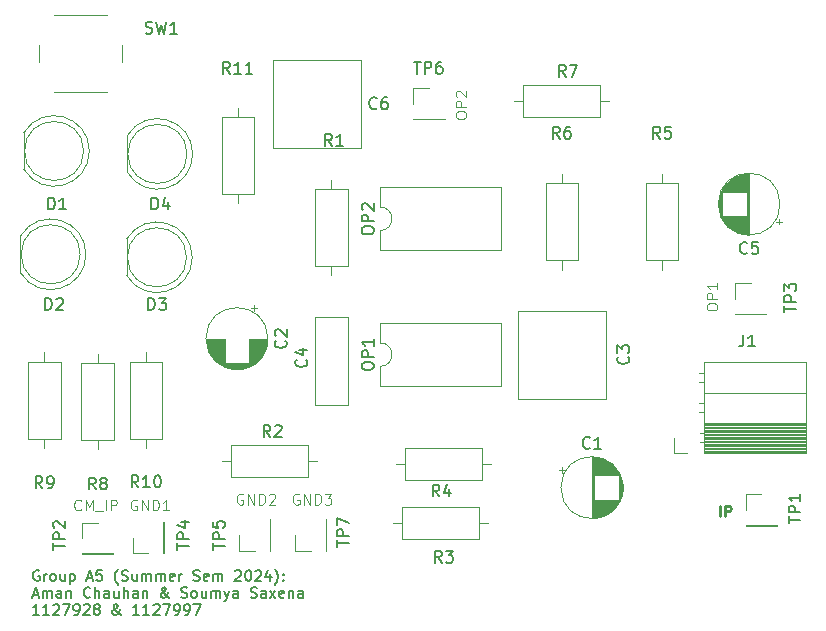
<source format=gbr>
%TF.GenerationSoftware,KiCad,Pcbnew,8.0.1*%
%TF.CreationDate,2024-05-23T19:57:17+02:00*%
%TF.ProjectId,Lab1,4c616231-2e6b-4696-9361-645f70636258,V0.1*%
%TF.SameCoordinates,Original*%
%TF.FileFunction,Legend,Top*%
%TF.FilePolarity,Positive*%
%FSLAX46Y46*%
G04 Gerber Fmt 4.6, Leading zero omitted, Abs format (unit mm)*
G04 Created by KiCad (PCBNEW 8.0.1) date 2024-05-23 19:57:17*
%MOMM*%
%LPD*%
G01*
G04 APERTURE LIST*
%ADD10C,0.112500*%
%ADD11C,0.225000*%
%ADD12C,0.175000*%
%ADD13C,0.150000*%
%ADD14C,0.120000*%
G04 APERTURE END LIST*
D10*
X119509727Y-88579864D02*
X119424013Y-88537007D01*
X119424013Y-88537007D02*
X119295441Y-88537007D01*
X119295441Y-88537007D02*
X119166870Y-88579864D01*
X119166870Y-88579864D02*
X119081155Y-88665578D01*
X119081155Y-88665578D02*
X119038298Y-88751292D01*
X119038298Y-88751292D02*
X118995441Y-88922721D01*
X118995441Y-88922721D02*
X118995441Y-89051292D01*
X118995441Y-89051292D02*
X119038298Y-89222721D01*
X119038298Y-89222721D02*
X119081155Y-89308435D01*
X119081155Y-89308435D02*
X119166870Y-89394150D01*
X119166870Y-89394150D02*
X119295441Y-89437007D01*
X119295441Y-89437007D02*
X119381155Y-89437007D01*
X119381155Y-89437007D02*
X119509727Y-89394150D01*
X119509727Y-89394150D02*
X119552584Y-89351292D01*
X119552584Y-89351292D02*
X119552584Y-89051292D01*
X119552584Y-89051292D02*
X119381155Y-89051292D01*
X119938298Y-89437007D02*
X119938298Y-88537007D01*
X119938298Y-88537007D02*
X120452584Y-89437007D01*
X120452584Y-89437007D02*
X120452584Y-88537007D01*
X120881155Y-89437007D02*
X120881155Y-88537007D01*
X120881155Y-88537007D02*
X121095441Y-88537007D01*
X121095441Y-88537007D02*
X121224012Y-88579864D01*
X121224012Y-88579864D02*
X121309727Y-88665578D01*
X121309727Y-88665578D02*
X121352584Y-88751292D01*
X121352584Y-88751292D02*
X121395441Y-88922721D01*
X121395441Y-88922721D02*
X121395441Y-89051292D01*
X121395441Y-89051292D02*
X121352584Y-89222721D01*
X121352584Y-89222721D02*
X121309727Y-89308435D01*
X121309727Y-89308435D02*
X121224012Y-89394150D01*
X121224012Y-89394150D02*
X121095441Y-89437007D01*
X121095441Y-89437007D02*
X120881155Y-89437007D01*
X121738298Y-88622721D02*
X121781155Y-88579864D01*
X121781155Y-88579864D02*
X121866870Y-88537007D01*
X121866870Y-88537007D02*
X122081155Y-88537007D01*
X122081155Y-88537007D02*
X122166870Y-88579864D01*
X122166870Y-88579864D02*
X122209727Y-88622721D01*
X122209727Y-88622721D02*
X122252584Y-88708435D01*
X122252584Y-88708435D02*
X122252584Y-88794150D01*
X122252584Y-88794150D02*
X122209727Y-88922721D01*
X122209727Y-88922721D02*
X121695441Y-89437007D01*
X121695441Y-89437007D02*
X122252584Y-89437007D01*
X110509727Y-89079864D02*
X110424013Y-89037007D01*
X110424013Y-89037007D02*
X110295441Y-89037007D01*
X110295441Y-89037007D02*
X110166870Y-89079864D01*
X110166870Y-89079864D02*
X110081155Y-89165578D01*
X110081155Y-89165578D02*
X110038298Y-89251292D01*
X110038298Y-89251292D02*
X109995441Y-89422721D01*
X109995441Y-89422721D02*
X109995441Y-89551292D01*
X109995441Y-89551292D02*
X110038298Y-89722721D01*
X110038298Y-89722721D02*
X110081155Y-89808435D01*
X110081155Y-89808435D02*
X110166870Y-89894150D01*
X110166870Y-89894150D02*
X110295441Y-89937007D01*
X110295441Y-89937007D02*
X110381155Y-89937007D01*
X110381155Y-89937007D02*
X110509727Y-89894150D01*
X110509727Y-89894150D02*
X110552584Y-89851292D01*
X110552584Y-89851292D02*
X110552584Y-89551292D01*
X110552584Y-89551292D02*
X110381155Y-89551292D01*
X110938298Y-89937007D02*
X110938298Y-89037007D01*
X110938298Y-89037007D02*
X111452584Y-89937007D01*
X111452584Y-89937007D02*
X111452584Y-89037007D01*
X111881155Y-89937007D02*
X111881155Y-89037007D01*
X111881155Y-89037007D02*
X112095441Y-89037007D01*
X112095441Y-89037007D02*
X112224012Y-89079864D01*
X112224012Y-89079864D02*
X112309727Y-89165578D01*
X112309727Y-89165578D02*
X112352584Y-89251292D01*
X112352584Y-89251292D02*
X112395441Y-89422721D01*
X112395441Y-89422721D02*
X112395441Y-89551292D01*
X112395441Y-89551292D02*
X112352584Y-89722721D01*
X112352584Y-89722721D02*
X112309727Y-89808435D01*
X112309727Y-89808435D02*
X112224012Y-89894150D01*
X112224012Y-89894150D02*
X112095441Y-89937007D01*
X112095441Y-89937007D02*
X111881155Y-89937007D01*
X113252584Y-89937007D02*
X112738298Y-89937007D01*
X112995441Y-89937007D02*
X112995441Y-89037007D01*
X112995441Y-89037007D02*
X112909727Y-89165578D01*
X112909727Y-89165578D02*
X112824012Y-89251292D01*
X112824012Y-89251292D02*
X112738298Y-89294150D01*
X158787007Y-72790272D02*
X158787007Y-72618844D01*
X158787007Y-72618844D02*
X158829864Y-72533129D01*
X158829864Y-72533129D02*
X158915578Y-72447415D01*
X158915578Y-72447415D02*
X159087007Y-72404558D01*
X159087007Y-72404558D02*
X159387007Y-72404558D01*
X159387007Y-72404558D02*
X159558435Y-72447415D01*
X159558435Y-72447415D02*
X159644150Y-72533129D01*
X159644150Y-72533129D02*
X159687007Y-72618844D01*
X159687007Y-72618844D02*
X159687007Y-72790272D01*
X159687007Y-72790272D02*
X159644150Y-72875987D01*
X159644150Y-72875987D02*
X159558435Y-72961701D01*
X159558435Y-72961701D02*
X159387007Y-73004558D01*
X159387007Y-73004558D02*
X159087007Y-73004558D01*
X159087007Y-73004558D02*
X158915578Y-72961701D01*
X158915578Y-72961701D02*
X158829864Y-72875987D01*
X158829864Y-72875987D02*
X158787007Y-72790272D01*
X159687007Y-72018844D02*
X158787007Y-72018844D01*
X158787007Y-72018844D02*
X158787007Y-71675987D01*
X158787007Y-71675987D02*
X158829864Y-71590272D01*
X158829864Y-71590272D02*
X158872721Y-71547415D01*
X158872721Y-71547415D02*
X158958435Y-71504558D01*
X158958435Y-71504558D02*
X159087007Y-71504558D01*
X159087007Y-71504558D02*
X159172721Y-71547415D01*
X159172721Y-71547415D02*
X159215578Y-71590272D01*
X159215578Y-71590272D02*
X159258435Y-71675987D01*
X159258435Y-71675987D02*
X159258435Y-72018844D01*
X159687007Y-70647415D02*
X159687007Y-71161701D01*
X159687007Y-70904558D02*
X158787007Y-70904558D01*
X158787007Y-70904558D02*
X158915578Y-70990272D01*
X158915578Y-70990272D02*
X159001292Y-71075987D01*
X159001292Y-71075987D02*
X159044150Y-71161701D01*
X124259727Y-88579864D02*
X124174013Y-88537007D01*
X124174013Y-88537007D02*
X124045441Y-88537007D01*
X124045441Y-88537007D02*
X123916870Y-88579864D01*
X123916870Y-88579864D02*
X123831155Y-88665578D01*
X123831155Y-88665578D02*
X123788298Y-88751292D01*
X123788298Y-88751292D02*
X123745441Y-88922721D01*
X123745441Y-88922721D02*
X123745441Y-89051292D01*
X123745441Y-89051292D02*
X123788298Y-89222721D01*
X123788298Y-89222721D02*
X123831155Y-89308435D01*
X123831155Y-89308435D02*
X123916870Y-89394150D01*
X123916870Y-89394150D02*
X124045441Y-89437007D01*
X124045441Y-89437007D02*
X124131155Y-89437007D01*
X124131155Y-89437007D02*
X124259727Y-89394150D01*
X124259727Y-89394150D02*
X124302584Y-89351292D01*
X124302584Y-89351292D02*
X124302584Y-89051292D01*
X124302584Y-89051292D02*
X124131155Y-89051292D01*
X124688298Y-89437007D02*
X124688298Y-88537007D01*
X124688298Y-88537007D02*
X125202584Y-89437007D01*
X125202584Y-89437007D02*
X125202584Y-88537007D01*
X125631155Y-89437007D02*
X125631155Y-88537007D01*
X125631155Y-88537007D02*
X125845441Y-88537007D01*
X125845441Y-88537007D02*
X125974012Y-88579864D01*
X125974012Y-88579864D02*
X126059727Y-88665578D01*
X126059727Y-88665578D02*
X126102584Y-88751292D01*
X126102584Y-88751292D02*
X126145441Y-88922721D01*
X126145441Y-88922721D02*
X126145441Y-89051292D01*
X126145441Y-89051292D02*
X126102584Y-89222721D01*
X126102584Y-89222721D02*
X126059727Y-89308435D01*
X126059727Y-89308435D02*
X125974012Y-89394150D01*
X125974012Y-89394150D02*
X125845441Y-89437007D01*
X125845441Y-89437007D02*
X125631155Y-89437007D01*
X126445441Y-88537007D02*
X127002584Y-88537007D01*
X127002584Y-88537007D02*
X126702584Y-88879864D01*
X126702584Y-88879864D02*
X126831155Y-88879864D01*
X126831155Y-88879864D02*
X126916870Y-88922721D01*
X126916870Y-88922721D02*
X126959727Y-88965578D01*
X126959727Y-88965578D02*
X127002584Y-89051292D01*
X127002584Y-89051292D02*
X127002584Y-89265578D01*
X127002584Y-89265578D02*
X126959727Y-89351292D01*
X126959727Y-89351292D02*
X126916870Y-89394150D01*
X126916870Y-89394150D02*
X126831155Y-89437007D01*
X126831155Y-89437007D02*
X126574012Y-89437007D01*
X126574012Y-89437007D02*
X126488298Y-89394150D01*
X126488298Y-89394150D02*
X126445441Y-89351292D01*
X105802584Y-89851292D02*
X105759727Y-89894150D01*
X105759727Y-89894150D02*
X105631155Y-89937007D01*
X105631155Y-89937007D02*
X105545441Y-89937007D01*
X105545441Y-89937007D02*
X105416870Y-89894150D01*
X105416870Y-89894150D02*
X105331155Y-89808435D01*
X105331155Y-89808435D02*
X105288298Y-89722721D01*
X105288298Y-89722721D02*
X105245441Y-89551292D01*
X105245441Y-89551292D02*
X105245441Y-89422721D01*
X105245441Y-89422721D02*
X105288298Y-89251292D01*
X105288298Y-89251292D02*
X105331155Y-89165578D01*
X105331155Y-89165578D02*
X105416870Y-89079864D01*
X105416870Y-89079864D02*
X105545441Y-89037007D01*
X105545441Y-89037007D02*
X105631155Y-89037007D01*
X105631155Y-89037007D02*
X105759727Y-89079864D01*
X105759727Y-89079864D02*
X105802584Y-89122721D01*
X106188298Y-89937007D02*
X106188298Y-89037007D01*
X106188298Y-89037007D02*
X106488298Y-89679864D01*
X106488298Y-89679864D02*
X106788298Y-89037007D01*
X106788298Y-89037007D02*
X106788298Y-89937007D01*
X107002584Y-90022721D02*
X107688298Y-90022721D01*
X107902583Y-89937007D02*
X107902583Y-89037007D01*
X108331154Y-89937007D02*
X108331154Y-89037007D01*
X108331154Y-89037007D02*
X108674011Y-89037007D01*
X108674011Y-89037007D02*
X108759726Y-89079864D01*
X108759726Y-89079864D02*
X108802583Y-89122721D01*
X108802583Y-89122721D02*
X108845440Y-89208435D01*
X108845440Y-89208435D02*
X108845440Y-89337007D01*
X108845440Y-89337007D02*
X108802583Y-89422721D01*
X108802583Y-89422721D02*
X108759726Y-89465578D01*
X108759726Y-89465578D02*
X108674011Y-89508435D01*
X108674011Y-89508435D02*
X108331154Y-89508435D01*
D11*
X159862311Y-90431157D02*
X159862311Y-89531157D01*
X160290882Y-90431157D02*
X160290882Y-89531157D01*
X160290882Y-89531157D02*
X160633739Y-89531157D01*
X160633739Y-89531157D02*
X160719454Y-89574014D01*
X160719454Y-89574014D02*
X160762311Y-89616871D01*
X160762311Y-89616871D02*
X160805168Y-89702585D01*
X160805168Y-89702585D02*
X160805168Y-89831157D01*
X160805168Y-89831157D02*
X160762311Y-89916871D01*
X160762311Y-89916871D02*
X160719454Y-89959728D01*
X160719454Y-89959728D02*
X160633739Y-90002585D01*
X160633739Y-90002585D02*
X160290882Y-90002585D01*
D10*
X137537007Y-56540272D02*
X137537007Y-56368844D01*
X137537007Y-56368844D02*
X137579864Y-56283129D01*
X137579864Y-56283129D02*
X137665578Y-56197415D01*
X137665578Y-56197415D02*
X137837007Y-56154558D01*
X137837007Y-56154558D02*
X138137007Y-56154558D01*
X138137007Y-56154558D02*
X138308435Y-56197415D01*
X138308435Y-56197415D02*
X138394150Y-56283129D01*
X138394150Y-56283129D02*
X138437007Y-56368844D01*
X138437007Y-56368844D02*
X138437007Y-56540272D01*
X138437007Y-56540272D02*
X138394150Y-56625987D01*
X138394150Y-56625987D02*
X138308435Y-56711701D01*
X138308435Y-56711701D02*
X138137007Y-56754558D01*
X138137007Y-56754558D02*
X137837007Y-56754558D01*
X137837007Y-56754558D02*
X137665578Y-56711701D01*
X137665578Y-56711701D02*
X137579864Y-56625987D01*
X137579864Y-56625987D02*
X137537007Y-56540272D01*
X138437007Y-55768844D02*
X137537007Y-55768844D01*
X137537007Y-55768844D02*
X137537007Y-55425987D01*
X137537007Y-55425987D02*
X137579864Y-55340272D01*
X137579864Y-55340272D02*
X137622721Y-55297415D01*
X137622721Y-55297415D02*
X137708435Y-55254558D01*
X137708435Y-55254558D02*
X137837007Y-55254558D01*
X137837007Y-55254558D02*
X137922721Y-55297415D01*
X137922721Y-55297415D02*
X137965578Y-55340272D01*
X137965578Y-55340272D02*
X138008435Y-55425987D01*
X138008435Y-55425987D02*
X138008435Y-55768844D01*
X137622721Y-54911701D02*
X137579864Y-54868844D01*
X137579864Y-54868844D02*
X137537007Y-54783130D01*
X137537007Y-54783130D02*
X137537007Y-54568844D01*
X137537007Y-54568844D02*
X137579864Y-54483130D01*
X137579864Y-54483130D02*
X137622721Y-54440272D01*
X137622721Y-54440272D02*
X137708435Y-54397415D01*
X137708435Y-54397415D02*
X137794150Y-54397415D01*
X137794150Y-54397415D02*
X137922721Y-54440272D01*
X137922721Y-54440272D02*
X138437007Y-54954558D01*
X138437007Y-54954558D02*
X138437007Y-54397415D01*
D12*
X102250845Y-95026614D02*
X102165131Y-94983757D01*
X102165131Y-94983757D02*
X102036559Y-94983757D01*
X102036559Y-94983757D02*
X101907988Y-95026614D01*
X101907988Y-95026614D02*
X101822273Y-95112328D01*
X101822273Y-95112328D02*
X101779416Y-95198042D01*
X101779416Y-95198042D02*
X101736559Y-95369471D01*
X101736559Y-95369471D02*
X101736559Y-95498042D01*
X101736559Y-95498042D02*
X101779416Y-95669471D01*
X101779416Y-95669471D02*
X101822273Y-95755185D01*
X101822273Y-95755185D02*
X101907988Y-95840900D01*
X101907988Y-95840900D02*
X102036559Y-95883757D01*
X102036559Y-95883757D02*
X102122273Y-95883757D01*
X102122273Y-95883757D02*
X102250845Y-95840900D01*
X102250845Y-95840900D02*
X102293702Y-95798042D01*
X102293702Y-95798042D02*
X102293702Y-95498042D01*
X102293702Y-95498042D02*
X102122273Y-95498042D01*
X102679416Y-95883757D02*
X102679416Y-95283757D01*
X102679416Y-95455185D02*
X102722273Y-95369471D01*
X102722273Y-95369471D02*
X102765131Y-95326614D01*
X102765131Y-95326614D02*
X102850845Y-95283757D01*
X102850845Y-95283757D02*
X102936559Y-95283757D01*
X103365131Y-95883757D02*
X103279416Y-95840900D01*
X103279416Y-95840900D02*
X103236559Y-95798042D01*
X103236559Y-95798042D02*
X103193702Y-95712328D01*
X103193702Y-95712328D02*
X103193702Y-95455185D01*
X103193702Y-95455185D02*
X103236559Y-95369471D01*
X103236559Y-95369471D02*
X103279416Y-95326614D01*
X103279416Y-95326614D02*
X103365131Y-95283757D01*
X103365131Y-95283757D02*
X103493702Y-95283757D01*
X103493702Y-95283757D02*
X103579416Y-95326614D01*
X103579416Y-95326614D02*
X103622274Y-95369471D01*
X103622274Y-95369471D02*
X103665131Y-95455185D01*
X103665131Y-95455185D02*
X103665131Y-95712328D01*
X103665131Y-95712328D02*
X103622274Y-95798042D01*
X103622274Y-95798042D02*
X103579416Y-95840900D01*
X103579416Y-95840900D02*
X103493702Y-95883757D01*
X103493702Y-95883757D02*
X103365131Y-95883757D01*
X104436560Y-95283757D02*
X104436560Y-95883757D01*
X104050845Y-95283757D02*
X104050845Y-95755185D01*
X104050845Y-95755185D02*
X104093702Y-95840900D01*
X104093702Y-95840900D02*
X104179417Y-95883757D01*
X104179417Y-95883757D02*
X104307988Y-95883757D01*
X104307988Y-95883757D02*
X104393702Y-95840900D01*
X104393702Y-95840900D02*
X104436560Y-95798042D01*
X104865131Y-95283757D02*
X104865131Y-96183757D01*
X104865131Y-95326614D02*
X104950846Y-95283757D01*
X104950846Y-95283757D02*
X105122274Y-95283757D01*
X105122274Y-95283757D02*
X105207988Y-95326614D01*
X105207988Y-95326614D02*
X105250846Y-95369471D01*
X105250846Y-95369471D02*
X105293703Y-95455185D01*
X105293703Y-95455185D02*
X105293703Y-95712328D01*
X105293703Y-95712328D02*
X105250846Y-95798042D01*
X105250846Y-95798042D02*
X105207988Y-95840900D01*
X105207988Y-95840900D02*
X105122274Y-95883757D01*
X105122274Y-95883757D02*
X104950846Y-95883757D01*
X104950846Y-95883757D02*
X104865131Y-95840900D01*
X106322274Y-95626614D02*
X106750846Y-95626614D01*
X106236560Y-95883757D02*
X106536560Y-94983757D01*
X106536560Y-94983757D02*
X106836560Y-95883757D01*
X107565132Y-94983757D02*
X107136560Y-94983757D01*
X107136560Y-94983757D02*
X107093703Y-95412328D01*
X107093703Y-95412328D02*
X107136560Y-95369471D01*
X107136560Y-95369471D02*
X107222275Y-95326614D01*
X107222275Y-95326614D02*
X107436560Y-95326614D01*
X107436560Y-95326614D02*
X107522275Y-95369471D01*
X107522275Y-95369471D02*
X107565132Y-95412328D01*
X107565132Y-95412328D02*
X107607989Y-95498042D01*
X107607989Y-95498042D02*
X107607989Y-95712328D01*
X107607989Y-95712328D02*
X107565132Y-95798042D01*
X107565132Y-95798042D02*
X107522275Y-95840900D01*
X107522275Y-95840900D02*
X107436560Y-95883757D01*
X107436560Y-95883757D02*
X107222275Y-95883757D01*
X107222275Y-95883757D02*
X107136560Y-95840900D01*
X107136560Y-95840900D02*
X107093703Y-95798042D01*
X108936560Y-96226614D02*
X108893703Y-96183757D01*
X108893703Y-96183757D02*
X108807989Y-96055185D01*
X108807989Y-96055185D02*
X108765132Y-95969471D01*
X108765132Y-95969471D02*
X108722274Y-95840900D01*
X108722274Y-95840900D02*
X108679417Y-95626614D01*
X108679417Y-95626614D02*
X108679417Y-95455185D01*
X108679417Y-95455185D02*
X108722274Y-95240900D01*
X108722274Y-95240900D02*
X108765132Y-95112328D01*
X108765132Y-95112328D02*
X108807989Y-95026614D01*
X108807989Y-95026614D02*
X108893703Y-94898042D01*
X108893703Y-94898042D02*
X108936560Y-94855185D01*
X109236560Y-95840900D02*
X109365132Y-95883757D01*
X109365132Y-95883757D02*
X109579417Y-95883757D01*
X109579417Y-95883757D02*
X109665132Y-95840900D01*
X109665132Y-95840900D02*
X109707989Y-95798042D01*
X109707989Y-95798042D02*
X109750846Y-95712328D01*
X109750846Y-95712328D02*
X109750846Y-95626614D01*
X109750846Y-95626614D02*
X109707989Y-95540900D01*
X109707989Y-95540900D02*
X109665132Y-95498042D01*
X109665132Y-95498042D02*
X109579417Y-95455185D01*
X109579417Y-95455185D02*
X109407989Y-95412328D01*
X109407989Y-95412328D02*
X109322274Y-95369471D01*
X109322274Y-95369471D02*
X109279417Y-95326614D01*
X109279417Y-95326614D02*
X109236560Y-95240900D01*
X109236560Y-95240900D02*
X109236560Y-95155185D01*
X109236560Y-95155185D02*
X109279417Y-95069471D01*
X109279417Y-95069471D02*
X109322274Y-95026614D01*
X109322274Y-95026614D02*
X109407989Y-94983757D01*
X109407989Y-94983757D02*
X109622274Y-94983757D01*
X109622274Y-94983757D02*
X109750846Y-95026614D01*
X110522275Y-95283757D02*
X110522275Y-95883757D01*
X110136560Y-95283757D02*
X110136560Y-95755185D01*
X110136560Y-95755185D02*
X110179417Y-95840900D01*
X110179417Y-95840900D02*
X110265132Y-95883757D01*
X110265132Y-95883757D02*
X110393703Y-95883757D01*
X110393703Y-95883757D02*
X110479417Y-95840900D01*
X110479417Y-95840900D02*
X110522275Y-95798042D01*
X110950846Y-95883757D02*
X110950846Y-95283757D01*
X110950846Y-95369471D02*
X110993703Y-95326614D01*
X110993703Y-95326614D02*
X111079418Y-95283757D01*
X111079418Y-95283757D02*
X111207989Y-95283757D01*
X111207989Y-95283757D02*
X111293703Y-95326614D01*
X111293703Y-95326614D02*
X111336561Y-95412328D01*
X111336561Y-95412328D02*
X111336561Y-95883757D01*
X111336561Y-95412328D02*
X111379418Y-95326614D01*
X111379418Y-95326614D02*
X111465132Y-95283757D01*
X111465132Y-95283757D02*
X111593703Y-95283757D01*
X111593703Y-95283757D02*
X111679418Y-95326614D01*
X111679418Y-95326614D02*
X111722275Y-95412328D01*
X111722275Y-95412328D02*
X111722275Y-95883757D01*
X112150846Y-95883757D02*
X112150846Y-95283757D01*
X112150846Y-95369471D02*
X112193703Y-95326614D01*
X112193703Y-95326614D02*
X112279418Y-95283757D01*
X112279418Y-95283757D02*
X112407989Y-95283757D01*
X112407989Y-95283757D02*
X112493703Y-95326614D01*
X112493703Y-95326614D02*
X112536561Y-95412328D01*
X112536561Y-95412328D02*
X112536561Y-95883757D01*
X112536561Y-95412328D02*
X112579418Y-95326614D01*
X112579418Y-95326614D02*
X112665132Y-95283757D01*
X112665132Y-95283757D02*
X112793703Y-95283757D01*
X112793703Y-95283757D02*
X112879418Y-95326614D01*
X112879418Y-95326614D02*
X112922275Y-95412328D01*
X112922275Y-95412328D02*
X112922275Y-95883757D01*
X113693703Y-95840900D02*
X113607989Y-95883757D01*
X113607989Y-95883757D02*
X113436561Y-95883757D01*
X113436561Y-95883757D02*
X113350846Y-95840900D01*
X113350846Y-95840900D02*
X113307989Y-95755185D01*
X113307989Y-95755185D02*
X113307989Y-95412328D01*
X113307989Y-95412328D02*
X113350846Y-95326614D01*
X113350846Y-95326614D02*
X113436561Y-95283757D01*
X113436561Y-95283757D02*
X113607989Y-95283757D01*
X113607989Y-95283757D02*
X113693703Y-95326614D01*
X113693703Y-95326614D02*
X113736561Y-95412328D01*
X113736561Y-95412328D02*
X113736561Y-95498042D01*
X113736561Y-95498042D02*
X113307989Y-95583757D01*
X114122275Y-95883757D02*
X114122275Y-95283757D01*
X114122275Y-95455185D02*
X114165132Y-95369471D01*
X114165132Y-95369471D02*
X114207990Y-95326614D01*
X114207990Y-95326614D02*
X114293704Y-95283757D01*
X114293704Y-95283757D02*
X114379418Y-95283757D01*
X115322275Y-95840900D02*
X115450847Y-95883757D01*
X115450847Y-95883757D02*
X115665132Y-95883757D01*
X115665132Y-95883757D02*
X115750847Y-95840900D01*
X115750847Y-95840900D02*
X115793704Y-95798042D01*
X115793704Y-95798042D02*
X115836561Y-95712328D01*
X115836561Y-95712328D02*
X115836561Y-95626614D01*
X115836561Y-95626614D02*
X115793704Y-95540900D01*
X115793704Y-95540900D02*
X115750847Y-95498042D01*
X115750847Y-95498042D02*
X115665132Y-95455185D01*
X115665132Y-95455185D02*
X115493704Y-95412328D01*
X115493704Y-95412328D02*
X115407989Y-95369471D01*
X115407989Y-95369471D02*
X115365132Y-95326614D01*
X115365132Y-95326614D02*
X115322275Y-95240900D01*
X115322275Y-95240900D02*
X115322275Y-95155185D01*
X115322275Y-95155185D02*
X115365132Y-95069471D01*
X115365132Y-95069471D02*
X115407989Y-95026614D01*
X115407989Y-95026614D02*
X115493704Y-94983757D01*
X115493704Y-94983757D02*
X115707989Y-94983757D01*
X115707989Y-94983757D02*
X115836561Y-95026614D01*
X116565132Y-95840900D02*
X116479418Y-95883757D01*
X116479418Y-95883757D02*
X116307990Y-95883757D01*
X116307990Y-95883757D02*
X116222275Y-95840900D01*
X116222275Y-95840900D02*
X116179418Y-95755185D01*
X116179418Y-95755185D02*
X116179418Y-95412328D01*
X116179418Y-95412328D02*
X116222275Y-95326614D01*
X116222275Y-95326614D02*
X116307990Y-95283757D01*
X116307990Y-95283757D02*
X116479418Y-95283757D01*
X116479418Y-95283757D02*
X116565132Y-95326614D01*
X116565132Y-95326614D02*
X116607990Y-95412328D01*
X116607990Y-95412328D02*
X116607990Y-95498042D01*
X116607990Y-95498042D02*
X116179418Y-95583757D01*
X116993704Y-95883757D02*
X116993704Y-95283757D01*
X116993704Y-95369471D02*
X117036561Y-95326614D01*
X117036561Y-95326614D02*
X117122276Y-95283757D01*
X117122276Y-95283757D02*
X117250847Y-95283757D01*
X117250847Y-95283757D02*
X117336561Y-95326614D01*
X117336561Y-95326614D02*
X117379419Y-95412328D01*
X117379419Y-95412328D02*
X117379419Y-95883757D01*
X117379419Y-95412328D02*
X117422276Y-95326614D01*
X117422276Y-95326614D02*
X117507990Y-95283757D01*
X117507990Y-95283757D02*
X117636561Y-95283757D01*
X117636561Y-95283757D02*
X117722276Y-95326614D01*
X117722276Y-95326614D02*
X117765133Y-95412328D01*
X117765133Y-95412328D02*
X117765133Y-95883757D01*
X118836561Y-95069471D02*
X118879418Y-95026614D01*
X118879418Y-95026614D02*
X118965133Y-94983757D01*
X118965133Y-94983757D02*
X119179418Y-94983757D01*
X119179418Y-94983757D02*
X119265133Y-95026614D01*
X119265133Y-95026614D02*
X119307990Y-95069471D01*
X119307990Y-95069471D02*
X119350847Y-95155185D01*
X119350847Y-95155185D02*
X119350847Y-95240900D01*
X119350847Y-95240900D02*
X119307990Y-95369471D01*
X119307990Y-95369471D02*
X118793704Y-95883757D01*
X118793704Y-95883757D02*
X119350847Y-95883757D01*
X119907990Y-94983757D02*
X119993704Y-94983757D01*
X119993704Y-94983757D02*
X120079418Y-95026614D01*
X120079418Y-95026614D02*
X120122276Y-95069471D01*
X120122276Y-95069471D02*
X120165133Y-95155185D01*
X120165133Y-95155185D02*
X120207990Y-95326614D01*
X120207990Y-95326614D02*
X120207990Y-95540900D01*
X120207990Y-95540900D02*
X120165133Y-95712328D01*
X120165133Y-95712328D02*
X120122276Y-95798042D01*
X120122276Y-95798042D02*
X120079418Y-95840900D01*
X120079418Y-95840900D02*
X119993704Y-95883757D01*
X119993704Y-95883757D02*
X119907990Y-95883757D01*
X119907990Y-95883757D02*
X119822276Y-95840900D01*
X119822276Y-95840900D02*
X119779418Y-95798042D01*
X119779418Y-95798042D02*
X119736561Y-95712328D01*
X119736561Y-95712328D02*
X119693704Y-95540900D01*
X119693704Y-95540900D02*
X119693704Y-95326614D01*
X119693704Y-95326614D02*
X119736561Y-95155185D01*
X119736561Y-95155185D02*
X119779418Y-95069471D01*
X119779418Y-95069471D02*
X119822276Y-95026614D01*
X119822276Y-95026614D02*
X119907990Y-94983757D01*
X120550847Y-95069471D02*
X120593704Y-95026614D01*
X120593704Y-95026614D02*
X120679419Y-94983757D01*
X120679419Y-94983757D02*
X120893704Y-94983757D01*
X120893704Y-94983757D02*
X120979419Y-95026614D01*
X120979419Y-95026614D02*
X121022276Y-95069471D01*
X121022276Y-95069471D02*
X121065133Y-95155185D01*
X121065133Y-95155185D02*
X121065133Y-95240900D01*
X121065133Y-95240900D02*
X121022276Y-95369471D01*
X121022276Y-95369471D02*
X120507990Y-95883757D01*
X120507990Y-95883757D02*
X121065133Y-95883757D01*
X121836562Y-95283757D02*
X121836562Y-95883757D01*
X121622276Y-94940900D02*
X121407990Y-95583757D01*
X121407990Y-95583757D02*
X121965133Y-95583757D01*
X122222276Y-96226614D02*
X122265133Y-96183757D01*
X122265133Y-96183757D02*
X122350847Y-96055185D01*
X122350847Y-96055185D02*
X122393705Y-95969471D01*
X122393705Y-95969471D02*
X122436562Y-95840900D01*
X122436562Y-95840900D02*
X122479419Y-95626614D01*
X122479419Y-95626614D02*
X122479419Y-95455185D01*
X122479419Y-95455185D02*
X122436562Y-95240900D01*
X122436562Y-95240900D02*
X122393705Y-95112328D01*
X122393705Y-95112328D02*
X122350847Y-95026614D01*
X122350847Y-95026614D02*
X122265133Y-94898042D01*
X122265133Y-94898042D02*
X122222276Y-94855185D01*
X122907990Y-95798042D02*
X122950847Y-95840900D01*
X122950847Y-95840900D02*
X122907990Y-95883757D01*
X122907990Y-95883757D02*
X122865133Y-95840900D01*
X122865133Y-95840900D02*
X122907990Y-95798042D01*
X122907990Y-95798042D02*
X122907990Y-95883757D01*
X122907990Y-95326614D02*
X122950847Y-95369471D01*
X122950847Y-95369471D02*
X122907990Y-95412328D01*
X122907990Y-95412328D02*
X122865133Y-95369471D01*
X122865133Y-95369471D02*
X122907990Y-95326614D01*
X122907990Y-95326614D02*
X122907990Y-95412328D01*
X101736559Y-97075564D02*
X102165131Y-97075564D01*
X101650845Y-97332707D02*
X101950845Y-96432707D01*
X101950845Y-96432707D02*
X102250845Y-97332707D01*
X102550845Y-97332707D02*
X102550845Y-96732707D01*
X102550845Y-96818421D02*
X102593702Y-96775564D01*
X102593702Y-96775564D02*
X102679417Y-96732707D01*
X102679417Y-96732707D02*
X102807988Y-96732707D01*
X102807988Y-96732707D02*
X102893702Y-96775564D01*
X102893702Y-96775564D02*
X102936560Y-96861278D01*
X102936560Y-96861278D02*
X102936560Y-97332707D01*
X102936560Y-96861278D02*
X102979417Y-96775564D01*
X102979417Y-96775564D02*
X103065131Y-96732707D01*
X103065131Y-96732707D02*
X103193702Y-96732707D01*
X103193702Y-96732707D02*
X103279417Y-96775564D01*
X103279417Y-96775564D02*
X103322274Y-96861278D01*
X103322274Y-96861278D02*
X103322274Y-97332707D01*
X104136560Y-97332707D02*
X104136560Y-96861278D01*
X104136560Y-96861278D02*
X104093702Y-96775564D01*
X104093702Y-96775564D02*
X104007988Y-96732707D01*
X104007988Y-96732707D02*
X103836560Y-96732707D01*
X103836560Y-96732707D02*
X103750845Y-96775564D01*
X104136560Y-97289850D02*
X104050845Y-97332707D01*
X104050845Y-97332707D02*
X103836560Y-97332707D01*
X103836560Y-97332707D02*
X103750845Y-97289850D01*
X103750845Y-97289850D02*
X103707988Y-97204135D01*
X103707988Y-97204135D02*
X103707988Y-97118421D01*
X103707988Y-97118421D02*
X103750845Y-97032707D01*
X103750845Y-97032707D02*
X103836560Y-96989850D01*
X103836560Y-96989850D02*
X104050845Y-96989850D01*
X104050845Y-96989850D02*
X104136560Y-96946992D01*
X104565131Y-96732707D02*
X104565131Y-97332707D01*
X104565131Y-96818421D02*
X104607988Y-96775564D01*
X104607988Y-96775564D02*
X104693703Y-96732707D01*
X104693703Y-96732707D02*
X104822274Y-96732707D01*
X104822274Y-96732707D02*
X104907988Y-96775564D01*
X104907988Y-96775564D02*
X104950846Y-96861278D01*
X104950846Y-96861278D02*
X104950846Y-97332707D01*
X106579417Y-97246992D02*
X106536560Y-97289850D01*
X106536560Y-97289850D02*
X106407988Y-97332707D01*
X106407988Y-97332707D02*
X106322274Y-97332707D01*
X106322274Y-97332707D02*
X106193703Y-97289850D01*
X106193703Y-97289850D02*
X106107988Y-97204135D01*
X106107988Y-97204135D02*
X106065131Y-97118421D01*
X106065131Y-97118421D02*
X106022274Y-96946992D01*
X106022274Y-96946992D02*
X106022274Y-96818421D01*
X106022274Y-96818421D02*
X106065131Y-96646992D01*
X106065131Y-96646992D02*
X106107988Y-96561278D01*
X106107988Y-96561278D02*
X106193703Y-96475564D01*
X106193703Y-96475564D02*
X106322274Y-96432707D01*
X106322274Y-96432707D02*
X106407988Y-96432707D01*
X106407988Y-96432707D02*
X106536560Y-96475564D01*
X106536560Y-96475564D02*
X106579417Y-96518421D01*
X106965131Y-97332707D02*
X106965131Y-96432707D01*
X107350846Y-97332707D02*
X107350846Y-96861278D01*
X107350846Y-96861278D02*
X107307988Y-96775564D01*
X107307988Y-96775564D02*
X107222274Y-96732707D01*
X107222274Y-96732707D02*
X107093703Y-96732707D01*
X107093703Y-96732707D02*
X107007988Y-96775564D01*
X107007988Y-96775564D02*
X106965131Y-96818421D01*
X108165132Y-97332707D02*
X108165132Y-96861278D01*
X108165132Y-96861278D02*
X108122274Y-96775564D01*
X108122274Y-96775564D02*
X108036560Y-96732707D01*
X108036560Y-96732707D02*
X107865132Y-96732707D01*
X107865132Y-96732707D02*
X107779417Y-96775564D01*
X108165132Y-97289850D02*
X108079417Y-97332707D01*
X108079417Y-97332707D02*
X107865132Y-97332707D01*
X107865132Y-97332707D02*
X107779417Y-97289850D01*
X107779417Y-97289850D02*
X107736560Y-97204135D01*
X107736560Y-97204135D02*
X107736560Y-97118421D01*
X107736560Y-97118421D02*
X107779417Y-97032707D01*
X107779417Y-97032707D02*
X107865132Y-96989850D01*
X107865132Y-96989850D02*
X108079417Y-96989850D01*
X108079417Y-96989850D02*
X108165132Y-96946992D01*
X108979418Y-96732707D02*
X108979418Y-97332707D01*
X108593703Y-96732707D02*
X108593703Y-97204135D01*
X108593703Y-97204135D02*
X108636560Y-97289850D01*
X108636560Y-97289850D02*
X108722275Y-97332707D01*
X108722275Y-97332707D02*
X108850846Y-97332707D01*
X108850846Y-97332707D02*
X108936560Y-97289850D01*
X108936560Y-97289850D02*
X108979418Y-97246992D01*
X109407989Y-97332707D02*
X109407989Y-96432707D01*
X109793704Y-97332707D02*
X109793704Y-96861278D01*
X109793704Y-96861278D02*
X109750846Y-96775564D01*
X109750846Y-96775564D02*
X109665132Y-96732707D01*
X109665132Y-96732707D02*
X109536561Y-96732707D01*
X109536561Y-96732707D02*
X109450846Y-96775564D01*
X109450846Y-96775564D02*
X109407989Y-96818421D01*
X110607990Y-97332707D02*
X110607990Y-96861278D01*
X110607990Y-96861278D02*
X110565132Y-96775564D01*
X110565132Y-96775564D02*
X110479418Y-96732707D01*
X110479418Y-96732707D02*
X110307990Y-96732707D01*
X110307990Y-96732707D02*
X110222275Y-96775564D01*
X110607990Y-97289850D02*
X110522275Y-97332707D01*
X110522275Y-97332707D02*
X110307990Y-97332707D01*
X110307990Y-97332707D02*
X110222275Y-97289850D01*
X110222275Y-97289850D02*
X110179418Y-97204135D01*
X110179418Y-97204135D02*
X110179418Y-97118421D01*
X110179418Y-97118421D02*
X110222275Y-97032707D01*
X110222275Y-97032707D02*
X110307990Y-96989850D01*
X110307990Y-96989850D02*
X110522275Y-96989850D01*
X110522275Y-96989850D02*
X110607990Y-96946992D01*
X111036561Y-96732707D02*
X111036561Y-97332707D01*
X111036561Y-96818421D02*
X111079418Y-96775564D01*
X111079418Y-96775564D02*
X111165133Y-96732707D01*
X111165133Y-96732707D02*
X111293704Y-96732707D01*
X111293704Y-96732707D02*
X111379418Y-96775564D01*
X111379418Y-96775564D02*
X111422276Y-96861278D01*
X111422276Y-96861278D02*
X111422276Y-97332707D01*
X113265133Y-97332707D02*
X113222276Y-97332707D01*
X113222276Y-97332707D02*
X113136561Y-97289850D01*
X113136561Y-97289850D02*
X113007990Y-97161278D01*
X113007990Y-97161278D02*
X112793704Y-96904135D01*
X112793704Y-96904135D02*
X112707990Y-96775564D01*
X112707990Y-96775564D02*
X112665133Y-96646992D01*
X112665133Y-96646992D02*
X112665133Y-96561278D01*
X112665133Y-96561278D02*
X112707990Y-96475564D01*
X112707990Y-96475564D02*
X112793704Y-96432707D01*
X112793704Y-96432707D02*
X112836561Y-96432707D01*
X112836561Y-96432707D02*
X112922276Y-96475564D01*
X112922276Y-96475564D02*
X112965133Y-96561278D01*
X112965133Y-96561278D02*
X112965133Y-96604135D01*
X112965133Y-96604135D02*
X112922276Y-96689850D01*
X112922276Y-96689850D02*
X112879418Y-96732707D01*
X112879418Y-96732707D02*
X112622276Y-96904135D01*
X112622276Y-96904135D02*
X112579418Y-96946992D01*
X112579418Y-96946992D02*
X112536561Y-97032707D01*
X112536561Y-97032707D02*
X112536561Y-97161278D01*
X112536561Y-97161278D02*
X112579418Y-97246992D01*
X112579418Y-97246992D02*
X112622276Y-97289850D01*
X112622276Y-97289850D02*
X112707990Y-97332707D01*
X112707990Y-97332707D02*
X112836561Y-97332707D01*
X112836561Y-97332707D02*
X112922276Y-97289850D01*
X112922276Y-97289850D02*
X112965133Y-97246992D01*
X112965133Y-97246992D02*
X113093704Y-97075564D01*
X113093704Y-97075564D02*
X113136561Y-96946992D01*
X113136561Y-96946992D02*
X113136561Y-96861278D01*
X114293704Y-97289850D02*
X114422276Y-97332707D01*
X114422276Y-97332707D02*
X114636561Y-97332707D01*
X114636561Y-97332707D02*
X114722276Y-97289850D01*
X114722276Y-97289850D02*
X114765133Y-97246992D01*
X114765133Y-97246992D02*
X114807990Y-97161278D01*
X114807990Y-97161278D02*
X114807990Y-97075564D01*
X114807990Y-97075564D02*
X114765133Y-96989850D01*
X114765133Y-96989850D02*
X114722276Y-96946992D01*
X114722276Y-96946992D02*
X114636561Y-96904135D01*
X114636561Y-96904135D02*
X114465133Y-96861278D01*
X114465133Y-96861278D02*
X114379418Y-96818421D01*
X114379418Y-96818421D02*
X114336561Y-96775564D01*
X114336561Y-96775564D02*
X114293704Y-96689850D01*
X114293704Y-96689850D02*
X114293704Y-96604135D01*
X114293704Y-96604135D02*
X114336561Y-96518421D01*
X114336561Y-96518421D02*
X114379418Y-96475564D01*
X114379418Y-96475564D02*
X114465133Y-96432707D01*
X114465133Y-96432707D02*
X114679418Y-96432707D01*
X114679418Y-96432707D02*
X114807990Y-96475564D01*
X115322276Y-97332707D02*
X115236561Y-97289850D01*
X115236561Y-97289850D02*
X115193704Y-97246992D01*
X115193704Y-97246992D02*
X115150847Y-97161278D01*
X115150847Y-97161278D02*
X115150847Y-96904135D01*
X115150847Y-96904135D02*
X115193704Y-96818421D01*
X115193704Y-96818421D02*
X115236561Y-96775564D01*
X115236561Y-96775564D02*
X115322276Y-96732707D01*
X115322276Y-96732707D02*
X115450847Y-96732707D01*
X115450847Y-96732707D02*
X115536561Y-96775564D01*
X115536561Y-96775564D02*
X115579419Y-96818421D01*
X115579419Y-96818421D02*
X115622276Y-96904135D01*
X115622276Y-96904135D02*
X115622276Y-97161278D01*
X115622276Y-97161278D02*
X115579419Y-97246992D01*
X115579419Y-97246992D02*
X115536561Y-97289850D01*
X115536561Y-97289850D02*
X115450847Y-97332707D01*
X115450847Y-97332707D02*
X115322276Y-97332707D01*
X116393705Y-96732707D02*
X116393705Y-97332707D01*
X116007990Y-96732707D02*
X116007990Y-97204135D01*
X116007990Y-97204135D02*
X116050847Y-97289850D01*
X116050847Y-97289850D02*
X116136562Y-97332707D01*
X116136562Y-97332707D02*
X116265133Y-97332707D01*
X116265133Y-97332707D02*
X116350847Y-97289850D01*
X116350847Y-97289850D02*
X116393705Y-97246992D01*
X116822276Y-97332707D02*
X116822276Y-96732707D01*
X116822276Y-96818421D02*
X116865133Y-96775564D01*
X116865133Y-96775564D02*
X116950848Y-96732707D01*
X116950848Y-96732707D02*
X117079419Y-96732707D01*
X117079419Y-96732707D02*
X117165133Y-96775564D01*
X117165133Y-96775564D02*
X117207991Y-96861278D01*
X117207991Y-96861278D02*
X117207991Y-97332707D01*
X117207991Y-96861278D02*
X117250848Y-96775564D01*
X117250848Y-96775564D02*
X117336562Y-96732707D01*
X117336562Y-96732707D02*
X117465133Y-96732707D01*
X117465133Y-96732707D02*
X117550848Y-96775564D01*
X117550848Y-96775564D02*
X117593705Y-96861278D01*
X117593705Y-96861278D02*
X117593705Y-97332707D01*
X117936562Y-96732707D02*
X118150848Y-97332707D01*
X118365133Y-96732707D02*
X118150848Y-97332707D01*
X118150848Y-97332707D02*
X118065133Y-97546992D01*
X118065133Y-97546992D02*
X118022276Y-97589850D01*
X118022276Y-97589850D02*
X117936562Y-97632707D01*
X119093705Y-97332707D02*
X119093705Y-96861278D01*
X119093705Y-96861278D02*
X119050847Y-96775564D01*
X119050847Y-96775564D02*
X118965133Y-96732707D01*
X118965133Y-96732707D02*
X118793705Y-96732707D01*
X118793705Y-96732707D02*
X118707990Y-96775564D01*
X119093705Y-97289850D02*
X119007990Y-97332707D01*
X119007990Y-97332707D02*
X118793705Y-97332707D01*
X118793705Y-97332707D02*
X118707990Y-97289850D01*
X118707990Y-97289850D02*
X118665133Y-97204135D01*
X118665133Y-97204135D02*
X118665133Y-97118421D01*
X118665133Y-97118421D02*
X118707990Y-97032707D01*
X118707990Y-97032707D02*
X118793705Y-96989850D01*
X118793705Y-96989850D02*
X119007990Y-96989850D01*
X119007990Y-96989850D02*
X119093705Y-96946992D01*
X120165133Y-97289850D02*
X120293705Y-97332707D01*
X120293705Y-97332707D02*
X120507990Y-97332707D01*
X120507990Y-97332707D02*
X120593705Y-97289850D01*
X120593705Y-97289850D02*
X120636562Y-97246992D01*
X120636562Y-97246992D02*
X120679419Y-97161278D01*
X120679419Y-97161278D02*
X120679419Y-97075564D01*
X120679419Y-97075564D02*
X120636562Y-96989850D01*
X120636562Y-96989850D02*
X120593705Y-96946992D01*
X120593705Y-96946992D02*
X120507990Y-96904135D01*
X120507990Y-96904135D02*
X120336562Y-96861278D01*
X120336562Y-96861278D02*
X120250847Y-96818421D01*
X120250847Y-96818421D02*
X120207990Y-96775564D01*
X120207990Y-96775564D02*
X120165133Y-96689850D01*
X120165133Y-96689850D02*
X120165133Y-96604135D01*
X120165133Y-96604135D02*
X120207990Y-96518421D01*
X120207990Y-96518421D02*
X120250847Y-96475564D01*
X120250847Y-96475564D02*
X120336562Y-96432707D01*
X120336562Y-96432707D02*
X120550847Y-96432707D01*
X120550847Y-96432707D02*
X120679419Y-96475564D01*
X121450848Y-97332707D02*
X121450848Y-96861278D01*
X121450848Y-96861278D02*
X121407990Y-96775564D01*
X121407990Y-96775564D02*
X121322276Y-96732707D01*
X121322276Y-96732707D02*
X121150848Y-96732707D01*
X121150848Y-96732707D02*
X121065133Y-96775564D01*
X121450848Y-97289850D02*
X121365133Y-97332707D01*
X121365133Y-97332707D02*
X121150848Y-97332707D01*
X121150848Y-97332707D02*
X121065133Y-97289850D01*
X121065133Y-97289850D02*
X121022276Y-97204135D01*
X121022276Y-97204135D02*
X121022276Y-97118421D01*
X121022276Y-97118421D02*
X121065133Y-97032707D01*
X121065133Y-97032707D02*
X121150848Y-96989850D01*
X121150848Y-96989850D02*
X121365133Y-96989850D01*
X121365133Y-96989850D02*
X121450848Y-96946992D01*
X121793705Y-97332707D02*
X122265134Y-96732707D01*
X121793705Y-96732707D02*
X122265134Y-97332707D01*
X122950847Y-97289850D02*
X122865133Y-97332707D01*
X122865133Y-97332707D02*
X122693705Y-97332707D01*
X122693705Y-97332707D02*
X122607990Y-97289850D01*
X122607990Y-97289850D02*
X122565133Y-97204135D01*
X122565133Y-97204135D02*
X122565133Y-96861278D01*
X122565133Y-96861278D02*
X122607990Y-96775564D01*
X122607990Y-96775564D02*
X122693705Y-96732707D01*
X122693705Y-96732707D02*
X122865133Y-96732707D01*
X122865133Y-96732707D02*
X122950847Y-96775564D01*
X122950847Y-96775564D02*
X122993705Y-96861278D01*
X122993705Y-96861278D02*
X122993705Y-96946992D01*
X122993705Y-96946992D02*
X122565133Y-97032707D01*
X123379419Y-96732707D02*
X123379419Y-97332707D01*
X123379419Y-96818421D02*
X123422276Y-96775564D01*
X123422276Y-96775564D02*
X123507991Y-96732707D01*
X123507991Y-96732707D02*
X123636562Y-96732707D01*
X123636562Y-96732707D02*
X123722276Y-96775564D01*
X123722276Y-96775564D02*
X123765134Y-96861278D01*
X123765134Y-96861278D02*
X123765134Y-97332707D01*
X124579420Y-97332707D02*
X124579420Y-96861278D01*
X124579420Y-96861278D02*
X124536562Y-96775564D01*
X124536562Y-96775564D02*
X124450848Y-96732707D01*
X124450848Y-96732707D02*
X124279420Y-96732707D01*
X124279420Y-96732707D02*
X124193705Y-96775564D01*
X124579420Y-97289850D02*
X124493705Y-97332707D01*
X124493705Y-97332707D02*
X124279420Y-97332707D01*
X124279420Y-97332707D02*
X124193705Y-97289850D01*
X124193705Y-97289850D02*
X124150848Y-97204135D01*
X124150848Y-97204135D02*
X124150848Y-97118421D01*
X124150848Y-97118421D02*
X124193705Y-97032707D01*
X124193705Y-97032707D02*
X124279420Y-96989850D01*
X124279420Y-96989850D02*
X124493705Y-96989850D01*
X124493705Y-96989850D02*
X124579420Y-96946992D01*
X102250845Y-98781657D02*
X101736559Y-98781657D01*
X101993702Y-98781657D02*
X101993702Y-97881657D01*
X101993702Y-97881657D02*
X101907988Y-98010228D01*
X101907988Y-98010228D02*
X101822273Y-98095942D01*
X101822273Y-98095942D02*
X101736559Y-98138800D01*
X103107988Y-98781657D02*
X102593702Y-98781657D01*
X102850845Y-98781657D02*
X102850845Y-97881657D01*
X102850845Y-97881657D02*
X102765131Y-98010228D01*
X102765131Y-98010228D02*
X102679416Y-98095942D01*
X102679416Y-98095942D02*
X102593702Y-98138800D01*
X103450845Y-97967371D02*
X103493702Y-97924514D01*
X103493702Y-97924514D02*
X103579417Y-97881657D01*
X103579417Y-97881657D02*
X103793702Y-97881657D01*
X103793702Y-97881657D02*
X103879417Y-97924514D01*
X103879417Y-97924514D02*
X103922274Y-97967371D01*
X103922274Y-97967371D02*
X103965131Y-98053085D01*
X103965131Y-98053085D02*
X103965131Y-98138800D01*
X103965131Y-98138800D02*
X103922274Y-98267371D01*
X103922274Y-98267371D02*
X103407988Y-98781657D01*
X103407988Y-98781657D02*
X103965131Y-98781657D01*
X104265131Y-97881657D02*
X104865131Y-97881657D01*
X104865131Y-97881657D02*
X104479417Y-98781657D01*
X105250845Y-98781657D02*
X105422274Y-98781657D01*
X105422274Y-98781657D02*
X105507988Y-98738800D01*
X105507988Y-98738800D02*
X105550845Y-98695942D01*
X105550845Y-98695942D02*
X105636560Y-98567371D01*
X105636560Y-98567371D02*
X105679417Y-98395942D01*
X105679417Y-98395942D02*
X105679417Y-98053085D01*
X105679417Y-98053085D02*
X105636560Y-97967371D01*
X105636560Y-97967371D02*
X105593703Y-97924514D01*
X105593703Y-97924514D02*
X105507988Y-97881657D01*
X105507988Y-97881657D02*
X105336560Y-97881657D01*
X105336560Y-97881657D02*
X105250845Y-97924514D01*
X105250845Y-97924514D02*
X105207988Y-97967371D01*
X105207988Y-97967371D02*
X105165131Y-98053085D01*
X105165131Y-98053085D02*
X105165131Y-98267371D01*
X105165131Y-98267371D02*
X105207988Y-98353085D01*
X105207988Y-98353085D02*
X105250845Y-98395942D01*
X105250845Y-98395942D02*
X105336560Y-98438800D01*
X105336560Y-98438800D02*
X105507988Y-98438800D01*
X105507988Y-98438800D02*
X105593703Y-98395942D01*
X105593703Y-98395942D02*
X105636560Y-98353085D01*
X105636560Y-98353085D02*
X105679417Y-98267371D01*
X106022274Y-97967371D02*
X106065131Y-97924514D01*
X106065131Y-97924514D02*
X106150846Y-97881657D01*
X106150846Y-97881657D02*
X106365131Y-97881657D01*
X106365131Y-97881657D02*
X106450846Y-97924514D01*
X106450846Y-97924514D02*
X106493703Y-97967371D01*
X106493703Y-97967371D02*
X106536560Y-98053085D01*
X106536560Y-98053085D02*
X106536560Y-98138800D01*
X106536560Y-98138800D02*
X106493703Y-98267371D01*
X106493703Y-98267371D02*
X105979417Y-98781657D01*
X105979417Y-98781657D02*
X106536560Y-98781657D01*
X107050846Y-98267371D02*
X106965131Y-98224514D01*
X106965131Y-98224514D02*
X106922274Y-98181657D01*
X106922274Y-98181657D02*
X106879417Y-98095942D01*
X106879417Y-98095942D02*
X106879417Y-98053085D01*
X106879417Y-98053085D02*
X106922274Y-97967371D01*
X106922274Y-97967371D02*
X106965131Y-97924514D01*
X106965131Y-97924514D02*
X107050846Y-97881657D01*
X107050846Y-97881657D02*
X107222274Y-97881657D01*
X107222274Y-97881657D02*
X107307989Y-97924514D01*
X107307989Y-97924514D02*
X107350846Y-97967371D01*
X107350846Y-97967371D02*
X107393703Y-98053085D01*
X107393703Y-98053085D02*
X107393703Y-98095942D01*
X107393703Y-98095942D02*
X107350846Y-98181657D01*
X107350846Y-98181657D02*
X107307989Y-98224514D01*
X107307989Y-98224514D02*
X107222274Y-98267371D01*
X107222274Y-98267371D02*
X107050846Y-98267371D01*
X107050846Y-98267371D02*
X106965131Y-98310228D01*
X106965131Y-98310228D02*
X106922274Y-98353085D01*
X106922274Y-98353085D02*
X106879417Y-98438800D01*
X106879417Y-98438800D02*
X106879417Y-98610228D01*
X106879417Y-98610228D02*
X106922274Y-98695942D01*
X106922274Y-98695942D02*
X106965131Y-98738800D01*
X106965131Y-98738800D02*
X107050846Y-98781657D01*
X107050846Y-98781657D02*
X107222274Y-98781657D01*
X107222274Y-98781657D02*
X107307989Y-98738800D01*
X107307989Y-98738800D02*
X107350846Y-98695942D01*
X107350846Y-98695942D02*
X107393703Y-98610228D01*
X107393703Y-98610228D02*
X107393703Y-98438800D01*
X107393703Y-98438800D02*
X107350846Y-98353085D01*
X107350846Y-98353085D02*
X107307989Y-98310228D01*
X107307989Y-98310228D02*
X107222274Y-98267371D01*
X109193703Y-98781657D02*
X109150846Y-98781657D01*
X109150846Y-98781657D02*
X109065131Y-98738800D01*
X109065131Y-98738800D02*
X108936560Y-98610228D01*
X108936560Y-98610228D02*
X108722274Y-98353085D01*
X108722274Y-98353085D02*
X108636560Y-98224514D01*
X108636560Y-98224514D02*
X108593703Y-98095942D01*
X108593703Y-98095942D02*
X108593703Y-98010228D01*
X108593703Y-98010228D02*
X108636560Y-97924514D01*
X108636560Y-97924514D02*
X108722274Y-97881657D01*
X108722274Y-97881657D02*
X108765131Y-97881657D01*
X108765131Y-97881657D02*
X108850846Y-97924514D01*
X108850846Y-97924514D02*
X108893703Y-98010228D01*
X108893703Y-98010228D02*
X108893703Y-98053085D01*
X108893703Y-98053085D02*
X108850846Y-98138800D01*
X108850846Y-98138800D02*
X108807988Y-98181657D01*
X108807988Y-98181657D02*
X108550846Y-98353085D01*
X108550846Y-98353085D02*
X108507988Y-98395942D01*
X108507988Y-98395942D02*
X108465131Y-98481657D01*
X108465131Y-98481657D02*
X108465131Y-98610228D01*
X108465131Y-98610228D02*
X108507988Y-98695942D01*
X108507988Y-98695942D02*
X108550846Y-98738800D01*
X108550846Y-98738800D02*
X108636560Y-98781657D01*
X108636560Y-98781657D02*
X108765131Y-98781657D01*
X108765131Y-98781657D02*
X108850846Y-98738800D01*
X108850846Y-98738800D02*
X108893703Y-98695942D01*
X108893703Y-98695942D02*
X109022274Y-98524514D01*
X109022274Y-98524514D02*
X109065131Y-98395942D01*
X109065131Y-98395942D02*
X109065131Y-98310228D01*
X110736560Y-98781657D02*
X110222274Y-98781657D01*
X110479417Y-98781657D02*
X110479417Y-97881657D01*
X110479417Y-97881657D02*
X110393703Y-98010228D01*
X110393703Y-98010228D02*
X110307988Y-98095942D01*
X110307988Y-98095942D02*
X110222274Y-98138800D01*
X111593703Y-98781657D02*
X111079417Y-98781657D01*
X111336560Y-98781657D02*
X111336560Y-97881657D01*
X111336560Y-97881657D02*
X111250846Y-98010228D01*
X111250846Y-98010228D02*
X111165131Y-98095942D01*
X111165131Y-98095942D02*
X111079417Y-98138800D01*
X111936560Y-97967371D02*
X111979417Y-97924514D01*
X111979417Y-97924514D02*
X112065132Y-97881657D01*
X112065132Y-97881657D02*
X112279417Y-97881657D01*
X112279417Y-97881657D02*
X112365132Y-97924514D01*
X112365132Y-97924514D02*
X112407989Y-97967371D01*
X112407989Y-97967371D02*
X112450846Y-98053085D01*
X112450846Y-98053085D02*
X112450846Y-98138800D01*
X112450846Y-98138800D02*
X112407989Y-98267371D01*
X112407989Y-98267371D02*
X111893703Y-98781657D01*
X111893703Y-98781657D02*
X112450846Y-98781657D01*
X112750846Y-97881657D02*
X113350846Y-97881657D01*
X113350846Y-97881657D02*
X112965132Y-98781657D01*
X113736560Y-98781657D02*
X113907989Y-98781657D01*
X113907989Y-98781657D02*
X113993703Y-98738800D01*
X113993703Y-98738800D02*
X114036560Y-98695942D01*
X114036560Y-98695942D02*
X114122275Y-98567371D01*
X114122275Y-98567371D02*
X114165132Y-98395942D01*
X114165132Y-98395942D02*
X114165132Y-98053085D01*
X114165132Y-98053085D02*
X114122275Y-97967371D01*
X114122275Y-97967371D02*
X114079418Y-97924514D01*
X114079418Y-97924514D02*
X113993703Y-97881657D01*
X113993703Y-97881657D02*
X113822275Y-97881657D01*
X113822275Y-97881657D02*
X113736560Y-97924514D01*
X113736560Y-97924514D02*
X113693703Y-97967371D01*
X113693703Y-97967371D02*
X113650846Y-98053085D01*
X113650846Y-98053085D02*
X113650846Y-98267371D01*
X113650846Y-98267371D02*
X113693703Y-98353085D01*
X113693703Y-98353085D02*
X113736560Y-98395942D01*
X113736560Y-98395942D02*
X113822275Y-98438800D01*
X113822275Y-98438800D02*
X113993703Y-98438800D01*
X113993703Y-98438800D02*
X114079418Y-98395942D01*
X114079418Y-98395942D02*
X114122275Y-98353085D01*
X114122275Y-98353085D02*
X114165132Y-98267371D01*
X114593703Y-98781657D02*
X114765132Y-98781657D01*
X114765132Y-98781657D02*
X114850846Y-98738800D01*
X114850846Y-98738800D02*
X114893703Y-98695942D01*
X114893703Y-98695942D02*
X114979418Y-98567371D01*
X114979418Y-98567371D02*
X115022275Y-98395942D01*
X115022275Y-98395942D02*
X115022275Y-98053085D01*
X115022275Y-98053085D02*
X114979418Y-97967371D01*
X114979418Y-97967371D02*
X114936561Y-97924514D01*
X114936561Y-97924514D02*
X114850846Y-97881657D01*
X114850846Y-97881657D02*
X114679418Y-97881657D01*
X114679418Y-97881657D02*
X114593703Y-97924514D01*
X114593703Y-97924514D02*
X114550846Y-97967371D01*
X114550846Y-97967371D02*
X114507989Y-98053085D01*
X114507989Y-98053085D02*
X114507989Y-98267371D01*
X114507989Y-98267371D02*
X114550846Y-98353085D01*
X114550846Y-98353085D02*
X114593703Y-98395942D01*
X114593703Y-98395942D02*
X114679418Y-98438800D01*
X114679418Y-98438800D02*
X114850846Y-98438800D01*
X114850846Y-98438800D02*
X114936561Y-98395942D01*
X114936561Y-98395942D02*
X114979418Y-98353085D01*
X114979418Y-98353085D02*
X115022275Y-98267371D01*
X115322275Y-97881657D02*
X115922275Y-97881657D01*
X115922275Y-97881657D02*
X115536561Y-98781657D01*
D13*
X136333333Y-94354819D02*
X136000000Y-93878628D01*
X135761905Y-94354819D02*
X135761905Y-93354819D01*
X135761905Y-93354819D02*
X136142857Y-93354819D01*
X136142857Y-93354819D02*
X136238095Y-93402438D01*
X136238095Y-93402438D02*
X136285714Y-93450057D01*
X136285714Y-93450057D02*
X136333333Y-93545295D01*
X136333333Y-93545295D02*
X136333333Y-93688152D01*
X136333333Y-93688152D02*
X136285714Y-93783390D01*
X136285714Y-93783390D02*
X136238095Y-93831009D01*
X136238095Y-93831009D02*
X136142857Y-93878628D01*
X136142857Y-93878628D02*
X135761905Y-93878628D01*
X136666667Y-93354819D02*
X137285714Y-93354819D01*
X137285714Y-93354819D02*
X136952381Y-93735771D01*
X136952381Y-93735771D02*
X137095238Y-93735771D01*
X137095238Y-93735771D02*
X137190476Y-93783390D01*
X137190476Y-93783390D02*
X137238095Y-93831009D01*
X137238095Y-93831009D02*
X137285714Y-93926247D01*
X137285714Y-93926247D02*
X137285714Y-94164342D01*
X137285714Y-94164342D02*
X137238095Y-94259580D01*
X137238095Y-94259580D02*
X137190476Y-94307200D01*
X137190476Y-94307200D02*
X137095238Y-94354819D01*
X137095238Y-94354819D02*
X136809524Y-94354819D01*
X136809524Y-94354819D02*
X136714286Y-94307200D01*
X136714286Y-94307200D02*
X136666667Y-94259580D01*
X103454819Y-93261904D02*
X103454819Y-92690476D01*
X104454819Y-92976190D02*
X103454819Y-92976190D01*
X104454819Y-92357142D02*
X103454819Y-92357142D01*
X103454819Y-92357142D02*
X103454819Y-91976190D01*
X103454819Y-91976190D02*
X103502438Y-91880952D01*
X103502438Y-91880952D02*
X103550057Y-91833333D01*
X103550057Y-91833333D02*
X103645295Y-91785714D01*
X103645295Y-91785714D02*
X103788152Y-91785714D01*
X103788152Y-91785714D02*
X103883390Y-91833333D01*
X103883390Y-91833333D02*
X103931009Y-91880952D01*
X103931009Y-91880952D02*
X103978628Y-91976190D01*
X103978628Y-91976190D02*
X103978628Y-92357142D01*
X103550057Y-91404761D02*
X103502438Y-91357142D01*
X103502438Y-91357142D02*
X103454819Y-91261904D01*
X103454819Y-91261904D02*
X103454819Y-91023809D01*
X103454819Y-91023809D02*
X103502438Y-90928571D01*
X103502438Y-90928571D02*
X103550057Y-90880952D01*
X103550057Y-90880952D02*
X103645295Y-90833333D01*
X103645295Y-90833333D02*
X103740533Y-90833333D01*
X103740533Y-90833333D02*
X103883390Y-90880952D01*
X103883390Y-90880952D02*
X104454819Y-91452380D01*
X104454819Y-91452380D02*
X104454819Y-90833333D01*
X154833333Y-58454819D02*
X154500000Y-57978628D01*
X154261905Y-58454819D02*
X154261905Y-57454819D01*
X154261905Y-57454819D02*
X154642857Y-57454819D01*
X154642857Y-57454819D02*
X154738095Y-57502438D01*
X154738095Y-57502438D02*
X154785714Y-57550057D01*
X154785714Y-57550057D02*
X154833333Y-57645295D01*
X154833333Y-57645295D02*
X154833333Y-57788152D01*
X154833333Y-57788152D02*
X154785714Y-57883390D01*
X154785714Y-57883390D02*
X154738095Y-57931009D01*
X154738095Y-57931009D02*
X154642857Y-57978628D01*
X154642857Y-57978628D02*
X154261905Y-57978628D01*
X155738095Y-57454819D02*
X155261905Y-57454819D01*
X155261905Y-57454819D02*
X155214286Y-57931009D01*
X155214286Y-57931009D02*
X155261905Y-57883390D01*
X155261905Y-57883390D02*
X155357143Y-57835771D01*
X155357143Y-57835771D02*
X155595238Y-57835771D01*
X155595238Y-57835771D02*
X155690476Y-57883390D01*
X155690476Y-57883390D02*
X155738095Y-57931009D01*
X155738095Y-57931009D02*
X155785714Y-58026247D01*
X155785714Y-58026247D02*
X155785714Y-58264342D01*
X155785714Y-58264342D02*
X155738095Y-58359580D01*
X155738095Y-58359580D02*
X155690476Y-58407200D01*
X155690476Y-58407200D02*
X155595238Y-58454819D01*
X155595238Y-58454819D02*
X155357143Y-58454819D01*
X155357143Y-58454819D02*
X155261905Y-58407200D01*
X155261905Y-58407200D02*
X155214286Y-58359580D01*
X133988095Y-51954819D02*
X134559523Y-51954819D01*
X134273809Y-52954819D02*
X134273809Y-51954819D01*
X134892857Y-52954819D02*
X134892857Y-51954819D01*
X134892857Y-51954819D02*
X135273809Y-51954819D01*
X135273809Y-51954819D02*
X135369047Y-52002438D01*
X135369047Y-52002438D02*
X135416666Y-52050057D01*
X135416666Y-52050057D02*
X135464285Y-52145295D01*
X135464285Y-52145295D02*
X135464285Y-52288152D01*
X135464285Y-52288152D02*
X135416666Y-52383390D01*
X135416666Y-52383390D02*
X135369047Y-52431009D01*
X135369047Y-52431009D02*
X135273809Y-52478628D01*
X135273809Y-52478628D02*
X134892857Y-52478628D01*
X136321428Y-51954819D02*
X136130952Y-51954819D01*
X136130952Y-51954819D02*
X136035714Y-52002438D01*
X136035714Y-52002438D02*
X135988095Y-52050057D01*
X135988095Y-52050057D02*
X135892857Y-52192914D01*
X135892857Y-52192914D02*
X135845238Y-52383390D01*
X135845238Y-52383390D02*
X135845238Y-52764342D01*
X135845238Y-52764342D02*
X135892857Y-52859580D01*
X135892857Y-52859580D02*
X135940476Y-52907200D01*
X135940476Y-52907200D02*
X136035714Y-52954819D01*
X136035714Y-52954819D02*
X136226190Y-52954819D01*
X136226190Y-52954819D02*
X136321428Y-52907200D01*
X136321428Y-52907200D02*
X136369047Y-52859580D01*
X136369047Y-52859580D02*
X136416666Y-52764342D01*
X136416666Y-52764342D02*
X136416666Y-52526247D01*
X136416666Y-52526247D02*
X136369047Y-52431009D01*
X136369047Y-52431009D02*
X136321428Y-52383390D01*
X136321428Y-52383390D02*
X136226190Y-52335771D01*
X136226190Y-52335771D02*
X136035714Y-52335771D01*
X136035714Y-52335771D02*
X135940476Y-52383390D01*
X135940476Y-52383390D02*
X135892857Y-52431009D01*
X135892857Y-52431009D02*
X135845238Y-52526247D01*
X165354819Y-73161904D02*
X165354819Y-72590476D01*
X166354819Y-72876190D02*
X165354819Y-72876190D01*
X166354819Y-72257142D02*
X165354819Y-72257142D01*
X165354819Y-72257142D02*
X165354819Y-71876190D01*
X165354819Y-71876190D02*
X165402438Y-71780952D01*
X165402438Y-71780952D02*
X165450057Y-71733333D01*
X165450057Y-71733333D02*
X165545295Y-71685714D01*
X165545295Y-71685714D02*
X165688152Y-71685714D01*
X165688152Y-71685714D02*
X165783390Y-71733333D01*
X165783390Y-71733333D02*
X165831009Y-71780952D01*
X165831009Y-71780952D02*
X165878628Y-71876190D01*
X165878628Y-71876190D02*
X165878628Y-72257142D01*
X165354819Y-71352380D02*
X165354819Y-70733333D01*
X165354819Y-70733333D02*
X165735771Y-71066666D01*
X165735771Y-71066666D02*
X165735771Y-70923809D01*
X165735771Y-70923809D02*
X165783390Y-70828571D01*
X165783390Y-70828571D02*
X165831009Y-70780952D01*
X165831009Y-70780952D02*
X165926247Y-70733333D01*
X165926247Y-70733333D02*
X166164342Y-70733333D01*
X166164342Y-70733333D02*
X166259580Y-70780952D01*
X166259580Y-70780952D02*
X166307200Y-70828571D01*
X166307200Y-70828571D02*
X166354819Y-70923809D01*
X166354819Y-70923809D02*
X166354819Y-71209523D01*
X166354819Y-71209523D02*
X166307200Y-71304761D01*
X166307200Y-71304761D02*
X166259580Y-71352380D01*
X146333333Y-58454819D02*
X146000000Y-57978628D01*
X145761905Y-58454819D02*
X145761905Y-57454819D01*
X145761905Y-57454819D02*
X146142857Y-57454819D01*
X146142857Y-57454819D02*
X146238095Y-57502438D01*
X146238095Y-57502438D02*
X146285714Y-57550057D01*
X146285714Y-57550057D02*
X146333333Y-57645295D01*
X146333333Y-57645295D02*
X146333333Y-57788152D01*
X146333333Y-57788152D02*
X146285714Y-57883390D01*
X146285714Y-57883390D02*
X146238095Y-57931009D01*
X146238095Y-57931009D02*
X146142857Y-57978628D01*
X146142857Y-57978628D02*
X145761905Y-57978628D01*
X147190476Y-57454819D02*
X147000000Y-57454819D01*
X147000000Y-57454819D02*
X146904762Y-57502438D01*
X146904762Y-57502438D02*
X146857143Y-57550057D01*
X146857143Y-57550057D02*
X146761905Y-57692914D01*
X146761905Y-57692914D02*
X146714286Y-57883390D01*
X146714286Y-57883390D02*
X146714286Y-58264342D01*
X146714286Y-58264342D02*
X146761905Y-58359580D01*
X146761905Y-58359580D02*
X146809524Y-58407200D01*
X146809524Y-58407200D02*
X146904762Y-58454819D01*
X146904762Y-58454819D02*
X147095238Y-58454819D01*
X147095238Y-58454819D02*
X147190476Y-58407200D01*
X147190476Y-58407200D02*
X147238095Y-58359580D01*
X147238095Y-58359580D02*
X147285714Y-58264342D01*
X147285714Y-58264342D02*
X147285714Y-58026247D01*
X147285714Y-58026247D02*
X147238095Y-57931009D01*
X147238095Y-57931009D02*
X147190476Y-57883390D01*
X147190476Y-57883390D02*
X147095238Y-57835771D01*
X147095238Y-57835771D02*
X146904762Y-57835771D01*
X146904762Y-57835771D02*
X146809524Y-57883390D01*
X146809524Y-57883390D02*
X146761905Y-57931009D01*
X146761905Y-57931009D02*
X146714286Y-58026247D01*
X111491905Y-72954819D02*
X111491905Y-71954819D01*
X111491905Y-71954819D02*
X111730000Y-71954819D01*
X111730000Y-71954819D02*
X111872857Y-72002438D01*
X111872857Y-72002438D02*
X111968095Y-72097676D01*
X111968095Y-72097676D02*
X112015714Y-72192914D01*
X112015714Y-72192914D02*
X112063333Y-72383390D01*
X112063333Y-72383390D02*
X112063333Y-72526247D01*
X112063333Y-72526247D02*
X112015714Y-72716723D01*
X112015714Y-72716723D02*
X111968095Y-72811961D01*
X111968095Y-72811961D02*
X111872857Y-72907200D01*
X111872857Y-72907200D02*
X111730000Y-72954819D01*
X111730000Y-72954819D02*
X111491905Y-72954819D01*
X112396667Y-71954819D02*
X113015714Y-71954819D01*
X113015714Y-71954819D02*
X112682381Y-72335771D01*
X112682381Y-72335771D02*
X112825238Y-72335771D01*
X112825238Y-72335771D02*
X112920476Y-72383390D01*
X112920476Y-72383390D02*
X112968095Y-72431009D01*
X112968095Y-72431009D02*
X113015714Y-72526247D01*
X113015714Y-72526247D02*
X113015714Y-72764342D01*
X113015714Y-72764342D02*
X112968095Y-72859580D01*
X112968095Y-72859580D02*
X112920476Y-72907200D01*
X112920476Y-72907200D02*
X112825238Y-72954819D01*
X112825238Y-72954819D02*
X112539524Y-72954819D01*
X112539524Y-72954819D02*
X112444286Y-72907200D01*
X112444286Y-72907200D02*
X112396667Y-72859580D01*
X152109580Y-76916666D02*
X152157200Y-76964285D01*
X152157200Y-76964285D02*
X152204819Y-77107142D01*
X152204819Y-77107142D02*
X152204819Y-77202380D01*
X152204819Y-77202380D02*
X152157200Y-77345237D01*
X152157200Y-77345237D02*
X152061961Y-77440475D01*
X152061961Y-77440475D02*
X151966723Y-77488094D01*
X151966723Y-77488094D02*
X151776247Y-77535713D01*
X151776247Y-77535713D02*
X151633390Y-77535713D01*
X151633390Y-77535713D02*
X151442914Y-77488094D01*
X151442914Y-77488094D02*
X151347676Y-77440475D01*
X151347676Y-77440475D02*
X151252438Y-77345237D01*
X151252438Y-77345237D02*
X151204819Y-77202380D01*
X151204819Y-77202380D02*
X151204819Y-77107142D01*
X151204819Y-77107142D02*
X151252438Y-76964285D01*
X151252438Y-76964285D02*
X151300057Y-76916666D01*
X151204819Y-76583332D02*
X151204819Y-75964285D01*
X151204819Y-75964285D02*
X151585771Y-76297618D01*
X151585771Y-76297618D02*
X151585771Y-76154761D01*
X151585771Y-76154761D02*
X151633390Y-76059523D01*
X151633390Y-76059523D02*
X151681009Y-76011904D01*
X151681009Y-76011904D02*
X151776247Y-75964285D01*
X151776247Y-75964285D02*
X152014342Y-75964285D01*
X152014342Y-75964285D02*
X152109580Y-76011904D01*
X152109580Y-76011904D02*
X152157200Y-76059523D01*
X152157200Y-76059523D02*
X152204819Y-76154761D01*
X152204819Y-76154761D02*
X152204819Y-76440475D01*
X152204819Y-76440475D02*
X152157200Y-76535713D01*
X152157200Y-76535713D02*
X152109580Y-76583332D01*
X148883333Y-84609580D02*
X148835714Y-84657200D01*
X148835714Y-84657200D02*
X148692857Y-84704819D01*
X148692857Y-84704819D02*
X148597619Y-84704819D01*
X148597619Y-84704819D02*
X148454762Y-84657200D01*
X148454762Y-84657200D02*
X148359524Y-84561961D01*
X148359524Y-84561961D02*
X148311905Y-84466723D01*
X148311905Y-84466723D02*
X148264286Y-84276247D01*
X148264286Y-84276247D02*
X148264286Y-84133390D01*
X148264286Y-84133390D02*
X148311905Y-83942914D01*
X148311905Y-83942914D02*
X148359524Y-83847676D01*
X148359524Y-83847676D02*
X148454762Y-83752438D01*
X148454762Y-83752438D02*
X148597619Y-83704819D01*
X148597619Y-83704819D02*
X148692857Y-83704819D01*
X148692857Y-83704819D02*
X148835714Y-83752438D01*
X148835714Y-83752438D02*
X148883333Y-83800057D01*
X149835714Y-84704819D02*
X149264286Y-84704819D01*
X149550000Y-84704819D02*
X149550000Y-83704819D01*
X149550000Y-83704819D02*
X149454762Y-83847676D01*
X149454762Y-83847676D02*
X149359524Y-83942914D01*
X149359524Y-83942914D02*
X149264286Y-83990533D01*
X129574819Y-66311428D02*
X129574819Y-66120952D01*
X129574819Y-66120952D02*
X129622438Y-66025714D01*
X129622438Y-66025714D02*
X129717676Y-65930476D01*
X129717676Y-65930476D02*
X129908152Y-65882857D01*
X129908152Y-65882857D02*
X130241485Y-65882857D01*
X130241485Y-65882857D02*
X130431961Y-65930476D01*
X130431961Y-65930476D02*
X130527200Y-66025714D01*
X130527200Y-66025714D02*
X130574819Y-66120952D01*
X130574819Y-66120952D02*
X130574819Y-66311428D01*
X130574819Y-66311428D02*
X130527200Y-66406666D01*
X130527200Y-66406666D02*
X130431961Y-66501904D01*
X130431961Y-66501904D02*
X130241485Y-66549523D01*
X130241485Y-66549523D02*
X129908152Y-66549523D01*
X129908152Y-66549523D02*
X129717676Y-66501904D01*
X129717676Y-66501904D02*
X129622438Y-66406666D01*
X129622438Y-66406666D02*
X129574819Y-66311428D01*
X130574819Y-65454285D02*
X129574819Y-65454285D01*
X129574819Y-65454285D02*
X129574819Y-65073333D01*
X129574819Y-65073333D02*
X129622438Y-64978095D01*
X129622438Y-64978095D02*
X129670057Y-64930476D01*
X129670057Y-64930476D02*
X129765295Y-64882857D01*
X129765295Y-64882857D02*
X129908152Y-64882857D01*
X129908152Y-64882857D02*
X130003390Y-64930476D01*
X130003390Y-64930476D02*
X130051009Y-64978095D01*
X130051009Y-64978095D02*
X130098628Y-65073333D01*
X130098628Y-65073333D02*
X130098628Y-65454285D01*
X129670057Y-64501904D02*
X129622438Y-64454285D01*
X129622438Y-64454285D02*
X129574819Y-64359047D01*
X129574819Y-64359047D02*
X129574819Y-64120952D01*
X129574819Y-64120952D02*
X129622438Y-64025714D01*
X129622438Y-64025714D02*
X129670057Y-63978095D01*
X129670057Y-63978095D02*
X129765295Y-63930476D01*
X129765295Y-63930476D02*
X129860533Y-63930476D01*
X129860533Y-63930476D02*
X130003390Y-63978095D01*
X130003390Y-63978095D02*
X130574819Y-64549523D01*
X130574819Y-64549523D02*
X130574819Y-63930476D01*
X162201010Y-68109580D02*
X162153391Y-68157200D01*
X162153391Y-68157200D02*
X162010534Y-68204819D01*
X162010534Y-68204819D02*
X161915296Y-68204819D01*
X161915296Y-68204819D02*
X161772439Y-68157200D01*
X161772439Y-68157200D02*
X161677201Y-68061961D01*
X161677201Y-68061961D02*
X161629582Y-67966723D01*
X161629582Y-67966723D02*
X161581963Y-67776247D01*
X161581963Y-67776247D02*
X161581963Y-67633390D01*
X161581963Y-67633390D02*
X161629582Y-67442914D01*
X161629582Y-67442914D02*
X161677201Y-67347676D01*
X161677201Y-67347676D02*
X161772439Y-67252438D01*
X161772439Y-67252438D02*
X161915296Y-67204819D01*
X161915296Y-67204819D02*
X162010534Y-67204819D01*
X162010534Y-67204819D02*
X162153391Y-67252438D01*
X162153391Y-67252438D02*
X162201010Y-67300057D01*
X163105772Y-67204819D02*
X162629582Y-67204819D01*
X162629582Y-67204819D02*
X162581963Y-67681009D01*
X162581963Y-67681009D02*
X162629582Y-67633390D01*
X162629582Y-67633390D02*
X162724820Y-67585771D01*
X162724820Y-67585771D02*
X162962915Y-67585771D01*
X162962915Y-67585771D02*
X163058153Y-67633390D01*
X163058153Y-67633390D02*
X163105772Y-67681009D01*
X163105772Y-67681009D02*
X163153391Y-67776247D01*
X163153391Y-67776247D02*
X163153391Y-68014342D01*
X163153391Y-68014342D02*
X163105772Y-68109580D01*
X163105772Y-68109580D02*
X163058153Y-68157200D01*
X163058153Y-68157200D02*
X162962915Y-68204819D01*
X162962915Y-68204819D02*
X162724820Y-68204819D01*
X162724820Y-68204819D02*
X162629582Y-68157200D01*
X162629582Y-68157200D02*
X162581963Y-68109580D01*
X129574819Y-77811428D02*
X129574819Y-77620952D01*
X129574819Y-77620952D02*
X129622438Y-77525714D01*
X129622438Y-77525714D02*
X129717676Y-77430476D01*
X129717676Y-77430476D02*
X129908152Y-77382857D01*
X129908152Y-77382857D02*
X130241485Y-77382857D01*
X130241485Y-77382857D02*
X130431961Y-77430476D01*
X130431961Y-77430476D02*
X130527200Y-77525714D01*
X130527200Y-77525714D02*
X130574819Y-77620952D01*
X130574819Y-77620952D02*
X130574819Y-77811428D01*
X130574819Y-77811428D02*
X130527200Y-77906666D01*
X130527200Y-77906666D02*
X130431961Y-78001904D01*
X130431961Y-78001904D02*
X130241485Y-78049523D01*
X130241485Y-78049523D02*
X129908152Y-78049523D01*
X129908152Y-78049523D02*
X129717676Y-78001904D01*
X129717676Y-78001904D02*
X129622438Y-77906666D01*
X129622438Y-77906666D02*
X129574819Y-77811428D01*
X130574819Y-76954285D02*
X129574819Y-76954285D01*
X129574819Y-76954285D02*
X129574819Y-76573333D01*
X129574819Y-76573333D02*
X129622438Y-76478095D01*
X129622438Y-76478095D02*
X129670057Y-76430476D01*
X129670057Y-76430476D02*
X129765295Y-76382857D01*
X129765295Y-76382857D02*
X129908152Y-76382857D01*
X129908152Y-76382857D02*
X130003390Y-76430476D01*
X130003390Y-76430476D02*
X130051009Y-76478095D01*
X130051009Y-76478095D02*
X130098628Y-76573333D01*
X130098628Y-76573333D02*
X130098628Y-76954285D01*
X130574819Y-75430476D02*
X130574819Y-76001904D01*
X130574819Y-75716190D02*
X129574819Y-75716190D01*
X129574819Y-75716190D02*
X129717676Y-75811428D01*
X129717676Y-75811428D02*
X129812914Y-75906666D01*
X129812914Y-75906666D02*
X129860533Y-76001904D01*
X136133333Y-88754819D02*
X135800000Y-88278628D01*
X135561905Y-88754819D02*
X135561905Y-87754819D01*
X135561905Y-87754819D02*
X135942857Y-87754819D01*
X135942857Y-87754819D02*
X136038095Y-87802438D01*
X136038095Y-87802438D02*
X136085714Y-87850057D01*
X136085714Y-87850057D02*
X136133333Y-87945295D01*
X136133333Y-87945295D02*
X136133333Y-88088152D01*
X136133333Y-88088152D02*
X136085714Y-88183390D01*
X136085714Y-88183390D02*
X136038095Y-88231009D01*
X136038095Y-88231009D02*
X135942857Y-88278628D01*
X135942857Y-88278628D02*
X135561905Y-88278628D01*
X136990476Y-88088152D02*
X136990476Y-88754819D01*
X136752381Y-87707200D02*
X136514286Y-88421485D01*
X136514286Y-88421485D02*
X137133333Y-88421485D01*
X124859580Y-77166666D02*
X124907200Y-77214285D01*
X124907200Y-77214285D02*
X124954819Y-77357142D01*
X124954819Y-77357142D02*
X124954819Y-77452380D01*
X124954819Y-77452380D02*
X124907200Y-77595237D01*
X124907200Y-77595237D02*
X124811961Y-77690475D01*
X124811961Y-77690475D02*
X124716723Y-77738094D01*
X124716723Y-77738094D02*
X124526247Y-77785713D01*
X124526247Y-77785713D02*
X124383390Y-77785713D01*
X124383390Y-77785713D02*
X124192914Y-77738094D01*
X124192914Y-77738094D02*
X124097676Y-77690475D01*
X124097676Y-77690475D02*
X124002438Y-77595237D01*
X124002438Y-77595237D02*
X123954819Y-77452380D01*
X123954819Y-77452380D02*
X123954819Y-77357142D01*
X123954819Y-77357142D02*
X124002438Y-77214285D01*
X124002438Y-77214285D02*
X124050057Y-77166666D01*
X124288152Y-76309523D02*
X124954819Y-76309523D01*
X123907200Y-76547618D02*
X124621485Y-76785713D01*
X124621485Y-76785713D02*
X124621485Y-76166666D01*
X165704819Y-91011904D02*
X165704819Y-90440476D01*
X166704819Y-90726190D02*
X165704819Y-90726190D01*
X166704819Y-90107142D02*
X165704819Y-90107142D01*
X165704819Y-90107142D02*
X165704819Y-89726190D01*
X165704819Y-89726190D02*
X165752438Y-89630952D01*
X165752438Y-89630952D02*
X165800057Y-89583333D01*
X165800057Y-89583333D02*
X165895295Y-89535714D01*
X165895295Y-89535714D02*
X166038152Y-89535714D01*
X166038152Y-89535714D02*
X166133390Y-89583333D01*
X166133390Y-89583333D02*
X166181009Y-89630952D01*
X166181009Y-89630952D02*
X166228628Y-89726190D01*
X166228628Y-89726190D02*
X166228628Y-90107142D01*
X166704819Y-88583333D02*
X166704819Y-89154761D01*
X166704819Y-88869047D02*
X165704819Y-88869047D01*
X165704819Y-88869047D02*
X165847676Y-88964285D01*
X165847676Y-88964285D02*
X165942914Y-89059523D01*
X165942914Y-89059523D02*
X165990533Y-89154761D01*
X118407142Y-52954819D02*
X118073809Y-52478628D01*
X117835714Y-52954819D02*
X117835714Y-51954819D01*
X117835714Y-51954819D02*
X118216666Y-51954819D01*
X118216666Y-51954819D02*
X118311904Y-52002438D01*
X118311904Y-52002438D02*
X118359523Y-52050057D01*
X118359523Y-52050057D02*
X118407142Y-52145295D01*
X118407142Y-52145295D02*
X118407142Y-52288152D01*
X118407142Y-52288152D02*
X118359523Y-52383390D01*
X118359523Y-52383390D02*
X118311904Y-52431009D01*
X118311904Y-52431009D02*
X118216666Y-52478628D01*
X118216666Y-52478628D02*
X117835714Y-52478628D01*
X119359523Y-52954819D02*
X118788095Y-52954819D01*
X119073809Y-52954819D02*
X119073809Y-51954819D01*
X119073809Y-51954819D02*
X118978571Y-52097676D01*
X118978571Y-52097676D02*
X118883333Y-52192914D01*
X118883333Y-52192914D02*
X118788095Y-52240533D01*
X120311904Y-52954819D02*
X119740476Y-52954819D01*
X120026190Y-52954819D02*
X120026190Y-51954819D01*
X120026190Y-51954819D02*
X119930952Y-52097676D01*
X119930952Y-52097676D02*
X119835714Y-52192914D01*
X119835714Y-52192914D02*
X119740476Y-52240533D01*
X102761905Y-72954819D02*
X102761905Y-71954819D01*
X102761905Y-71954819D02*
X103000000Y-71954819D01*
X103000000Y-71954819D02*
X103142857Y-72002438D01*
X103142857Y-72002438D02*
X103238095Y-72097676D01*
X103238095Y-72097676D02*
X103285714Y-72192914D01*
X103285714Y-72192914D02*
X103333333Y-72383390D01*
X103333333Y-72383390D02*
X103333333Y-72526247D01*
X103333333Y-72526247D02*
X103285714Y-72716723D01*
X103285714Y-72716723D02*
X103238095Y-72811961D01*
X103238095Y-72811961D02*
X103142857Y-72907200D01*
X103142857Y-72907200D02*
X103000000Y-72954819D01*
X103000000Y-72954819D02*
X102761905Y-72954819D01*
X103714286Y-72050057D02*
X103761905Y-72002438D01*
X103761905Y-72002438D02*
X103857143Y-71954819D01*
X103857143Y-71954819D02*
X104095238Y-71954819D01*
X104095238Y-71954819D02*
X104190476Y-72002438D01*
X104190476Y-72002438D02*
X104238095Y-72050057D01*
X104238095Y-72050057D02*
X104285714Y-72145295D01*
X104285714Y-72145295D02*
X104285714Y-72240533D01*
X104285714Y-72240533D02*
X104238095Y-72383390D01*
X104238095Y-72383390D02*
X103666667Y-72954819D01*
X103666667Y-72954819D02*
X104285714Y-72954819D01*
X116954819Y-93261904D02*
X116954819Y-92690476D01*
X117954819Y-92976190D02*
X116954819Y-92976190D01*
X117954819Y-92357142D02*
X116954819Y-92357142D01*
X116954819Y-92357142D02*
X116954819Y-91976190D01*
X116954819Y-91976190D02*
X117002438Y-91880952D01*
X117002438Y-91880952D02*
X117050057Y-91833333D01*
X117050057Y-91833333D02*
X117145295Y-91785714D01*
X117145295Y-91785714D02*
X117288152Y-91785714D01*
X117288152Y-91785714D02*
X117383390Y-91833333D01*
X117383390Y-91833333D02*
X117431009Y-91880952D01*
X117431009Y-91880952D02*
X117478628Y-91976190D01*
X117478628Y-91976190D02*
X117478628Y-92357142D01*
X116954819Y-90880952D02*
X116954819Y-91357142D01*
X116954819Y-91357142D02*
X117431009Y-91404761D01*
X117431009Y-91404761D02*
X117383390Y-91357142D01*
X117383390Y-91357142D02*
X117335771Y-91261904D01*
X117335771Y-91261904D02*
X117335771Y-91023809D01*
X117335771Y-91023809D02*
X117383390Y-90928571D01*
X117383390Y-90928571D02*
X117431009Y-90880952D01*
X117431009Y-90880952D02*
X117526247Y-90833333D01*
X117526247Y-90833333D02*
X117764342Y-90833333D01*
X117764342Y-90833333D02*
X117859580Y-90880952D01*
X117859580Y-90880952D02*
X117907200Y-90928571D01*
X117907200Y-90928571D02*
X117954819Y-91023809D01*
X117954819Y-91023809D02*
X117954819Y-91261904D01*
X117954819Y-91261904D02*
X117907200Y-91357142D01*
X117907200Y-91357142D02*
X117859580Y-91404761D01*
X121833333Y-83704819D02*
X121500000Y-83228628D01*
X121261905Y-83704819D02*
X121261905Y-82704819D01*
X121261905Y-82704819D02*
X121642857Y-82704819D01*
X121642857Y-82704819D02*
X121738095Y-82752438D01*
X121738095Y-82752438D02*
X121785714Y-82800057D01*
X121785714Y-82800057D02*
X121833333Y-82895295D01*
X121833333Y-82895295D02*
X121833333Y-83038152D01*
X121833333Y-83038152D02*
X121785714Y-83133390D01*
X121785714Y-83133390D02*
X121738095Y-83181009D01*
X121738095Y-83181009D02*
X121642857Y-83228628D01*
X121642857Y-83228628D02*
X121261905Y-83228628D01*
X122214286Y-82800057D02*
X122261905Y-82752438D01*
X122261905Y-82752438D02*
X122357143Y-82704819D01*
X122357143Y-82704819D02*
X122595238Y-82704819D01*
X122595238Y-82704819D02*
X122690476Y-82752438D01*
X122690476Y-82752438D02*
X122738095Y-82800057D01*
X122738095Y-82800057D02*
X122785714Y-82895295D01*
X122785714Y-82895295D02*
X122785714Y-82990533D01*
X122785714Y-82990533D02*
X122738095Y-83133390D01*
X122738095Y-83133390D02*
X122166667Y-83704819D01*
X122166667Y-83704819D02*
X122785714Y-83704819D01*
X123109580Y-75548989D02*
X123157200Y-75596608D01*
X123157200Y-75596608D02*
X123204819Y-75739465D01*
X123204819Y-75739465D02*
X123204819Y-75834703D01*
X123204819Y-75834703D02*
X123157200Y-75977560D01*
X123157200Y-75977560D02*
X123061961Y-76072798D01*
X123061961Y-76072798D02*
X122966723Y-76120417D01*
X122966723Y-76120417D02*
X122776247Y-76168036D01*
X122776247Y-76168036D02*
X122633390Y-76168036D01*
X122633390Y-76168036D02*
X122442914Y-76120417D01*
X122442914Y-76120417D02*
X122347676Y-76072798D01*
X122347676Y-76072798D02*
X122252438Y-75977560D01*
X122252438Y-75977560D02*
X122204819Y-75834703D01*
X122204819Y-75834703D02*
X122204819Y-75739465D01*
X122204819Y-75739465D02*
X122252438Y-75596608D01*
X122252438Y-75596608D02*
X122300057Y-75548989D01*
X122300057Y-75168036D02*
X122252438Y-75120417D01*
X122252438Y-75120417D02*
X122204819Y-75025179D01*
X122204819Y-75025179D02*
X122204819Y-74787084D01*
X122204819Y-74787084D02*
X122252438Y-74691846D01*
X122252438Y-74691846D02*
X122300057Y-74644227D01*
X122300057Y-74644227D02*
X122395295Y-74596608D01*
X122395295Y-74596608D02*
X122490533Y-74596608D01*
X122490533Y-74596608D02*
X122633390Y-74644227D01*
X122633390Y-74644227D02*
X123204819Y-75215655D01*
X123204819Y-75215655D02*
X123204819Y-74596608D01*
X102533333Y-88054819D02*
X102200000Y-87578628D01*
X101961905Y-88054819D02*
X101961905Y-87054819D01*
X101961905Y-87054819D02*
X102342857Y-87054819D01*
X102342857Y-87054819D02*
X102438095Y-87102438D01*
X102438095Y-87102438D02*
X102485714Y-87150057D01*
X102485714Y-87150057D02*
X102533333Y-87245295D01*
X102533333Y-87245295D02*
X102533333Y-87388152D01*
X102533333Y-87388152D02*
X102485714Y-87483390D01*
X102485714Y-87483390D02*
X102438095Y-87531009D01*
X102438095Y-87531009D02*
X102342857Y-87578628D01*
X102342857Y-87578628D02*
X101961905Y-87578628D01*
X103009524Y-88054819D02*
X103200000Y-88054819D01*
X103200000Y-88054819D02*
X103295238Y-88007200D01*
X103295238Y-88007200D02*
X103342857Y-87959580D01*
X103342857Y-87959580D02*
X103438095Y-87816723D01*
X103438095Y-87816723D02*
X103485714Y-87626247D01*
X103485714Y-87626247D02*
X103485714Y-87245295D01*
X103485714Y-87245295D02*
X103438095Y-87150057D01*
X103438095Y-87150057D02*
X103390476Y-87102438D01*
X103390476Y-87102438D02*
X103295238Y-87054819D01*
X103295238Y-87054819D02*
X103104762Y-87054819D01*
X103104762Y-87054819D02*
X103009524Y-87102438D01*
X103009524Y-87102438D02*
X102961905Y-87150057D01*
X102961905Y-87150057D02*
X102914286Y-87245295D01*
X102914286Y-87245295D02*
X102914286Y-87483390D01*
X102914286Y-87483390D02*
X102961905Y-87578628D01*
X102961905Y-87578628D02*
X103009524Y-87626247D01*
X103009524Y-87626247D02*
X103104762Y-87673866D01*
X103104762Y-87673866D02*
X103295238Y-87673866D01*
X103295238Y-87673866D02*
X103390476Y-87626247D01*
X103390476Y-87626247D02*
X103438095Y-87578628D01*
X103438095Y-87578628D02*
X103485714Y-87483390D01*
X127454819Y-93011904D02*
X127454819Y-92440476D01*
X128454819Y-92726190D02*
X127454819Y-92726190D01*
X128454819Y-92107142D02*
X127454819Y-92107142D01*
X127454819Y-92107142D02*
X127454819Y-91726190D01*
X127454819Y-91726190D02*
X127502438Y-91630952D01*
X127502438Y-91630952D02*
X127550057Y-91583333D01*
X127550057Y-91583333D02*
X127645295Y-91535714D01*
X127645295Y-91535714D02*
X127788152Y-91535714D01*
X127788152Y-91535714D02*
X127883390Y-91583333D01*
X127883390Y-91583333D02*
X127931009Y-91630952D01*
X127931009Y-91630952D02*
X127978628Y-91726190D01*
X127978628Y-91726190D02*
X127978628Y-92107142D01*
X127454819Y-91202380D02*
X127454819Y-90535714D01*
X127454819Y-90535714D02*
X128454819Y-90964285D01*
X111761905Y-64454819D02*
X111761905Y-63454819D01*
X111761905Y-63454819D02*
X112000000Y-63454819D01*
X112000000Y-63454819D02*
X112142857Y-63502438D01*
X112142857Y-63502438D02*
X112238095Y-63597676D01*
X112238095Y-63597676D02*
X112285714Y-63692914D01*
X112285714Y-63692914D02*
X112333333Y-63883390D01*
X112333333Y-63883390D02*
X112333333Y-64026247D01*
X112333333Y-64026247D02*
X112285714Y-64216723D01*
X112285714Y-64216723D02*
X112238095Y-64311961D01*
X112238095Y-64311961D02*
X112142857Y-64407200D01*
X112142857Y-64407200D02*
X112000000Y-64454819D01*
X112000000Y-64454819D02*
X111761905Y-64454819D01*
X113190476Y-63788152D02*
X113190476Y-64454819D01*
X112952381Y-63407200D02*
X112714286Y-64121485D01*
X112714286Y-64121485D02*
X113333333Y-64121485D01*
X111266667Y-49507200D02*
X111409524Y-49554819D01*
X111409524Y-49554819D02*
X111647619Y-49554819D01*
X111647619Y-49554819D02*
X111742857Y-49507200D01*
X111742857Y-49507200D02*
X111790476Y-49459580D01*
X111790476Y-49459580D02*
X111838095Y-49364342D01*
X111838095Y-49364342D02*
X111838095Y-49269104D01*
X111838095Y-49269104D02*
X111790476Y-49173866D01*
X111790476Y-49173866D02*
X111742857Y-49126247D01*
X111742857Y-49126247D02*
X111647619Y-49078628D01*
X111647619Y-49078628D02*
X111457143Y-49031009D01*
X111457143Y-49031009D02*
X111361905Y-48983390D01*
X111361905Y-48983390D02*
X111314286Y-48935771D01*
X111314286Y-48935771D02*
X111266667Y-48840533D01*
X111266667Y-48840533D02*
X111266667Y-48745295D01*
X111266667Y-48745295D02*
X111314286Y-48650057D01*
X111314286Y-48650057D02*
X111361905Y-48602438D01*
X111361905Y-48602438D02*
X111457143Y-48554819D01*
X111457143Y-48554819D02*
X111695238Y-48554819D01*
X111695238Y-48554819D02*
X111838095Y-48602438D01*
X112171429Y-48554819D02*
X112409524Y-49554819D01*
X112409524Y-49554819D02*
X112600000Y-48840533D01*
X112600000Y-48840533D02*
X112790476Y-49554819D01*
X112790476Y-49554819D02*
X113028572Y-48554819D01*
X113933333Y-49554819D02*
X113361905Y-49554819D01*
X113647619Y-49554819D02*
X113647619Y-48554819D01*
X113647619Y-48554819D02*
X113552381Y-48697676D01*
X113552381Y-48697676D02*
X113457143Y-48792914D01*
X113457143Y-48792914D02*
X113361905Y-48840533D01*
X103011905Y-64454819D02*
X103011905Y-63454819D01*
X103011905Y-63454819D02*
X103250000Y-63454819D01*
X103250000Y-63454819D02*
X103392857Y-63502438D01*
X103392857Y-63502438D02*
X103488095Y-63597676D01*
X103488095Y-63597676D02*
X103535714Y-63692914D01*
X103535714Y-63692914D02*
X103583333Y-63883390D01*
X103583333Y-63883390D02*
X103583333Y-64026247D01*
X103583333Y-64026247D02*
X103535714Y-64216723D01*
X103535714Y-64216723D02*
X103488095Y-64311961D01*
X103488095Y-64311961D02*
X103392857Y-64407200D01*
X103392857Y-64407200D02*
X103250000Y-64454819D01*
X103250000Y-64454819D02*
X103011905Y-64454819D01*
X104535714Y-64454819D02*
X103964286Y-64454819D01*
X104250000Y-64454819D02*
X104250000Y-63454819D01*
X104250000Y-63454819D02*
X104154762Y-63597676D01*
X104154762Y-63597676D02*
X104059524Y-63692914D01*
X104059524Y-63692914D02*
X103964286Y-63740533D01*
X110657142Y-87974819D02*
X110323809Y-87498628D01*
X110085714Y-87974819D02*
X110085714Y-86974819D01*
X110085714Y-86974819D02*
X110466666Y-86974819D01*
X110466666Y-86974819D02*
X110561904Y-87022438D01*
X110561904Y-87022438D02*
X110609523Y-87070057D01*
X110609523Y-87070057D02*
X110657142Y-87165295D01*
X110657142Y-87165295D02*
X110657142Y-87308152D01*
X110657142Y-87308152D02*
X110609523Y-87403390D01*
X110609523Y-87403390D02*
X110561904Y-87451009D01*
X110561904Y-87451009D02*
X110466666Y-87498628D01*
X110466666Y-87498628D02*
X110085714Y-87498628D01*
X111609523Y-87974819D02*
X111038095Y-87974819D01*
X111323809Y-87974819D02*
X111323809Y-86974819D01*
X111323809Y-86974819D02*
X111228571Y-87117676D01*
X111228571Y-87117676D02*
X111133333Y-87212914D01*
X111133333Y-87212914D02*
X111038095Y-87260533D01*
X112228571Y-86974819D02*
X112323809Y-86974819D01*
X112323809Y-86974819D02*
X112419047Y-87022438D01*
X112419047Y-87022438D02*
X112466666Y-87070057D01*
X112466666Y-87070057D02*
X112514285Y-87165295D01*
X112514285Y-87165295D02*
X112561904Y-87355771D01*
X112561904Y-87355771D02*
X112561904Y-87593866D01*
X112561904Y-87593866D02*
X112514285Y-87784342D01*
X112514285Y-87784342D02*
X112466666Y-87879580D01*
X112466666Y-87879580D02*
X112419047Y-87927200D01*
X112419047Y-87927200D02*
X112323809Y-87974819D01*
X112323809Y-87974819D02*
X112228571Y-87974819D01*
X112228571Y-87974819D02*
X112133333Y-87927200D01*
X112133333Y-87927200D02*
X112085714Y-87879580D01*
X112085714Y-87879580D02*
X112038095Y-87784342D01*
X112038095Y-87784342D02*
X111990476Y-87593866D01*
X111990476Y-87593866D02*
X111990476Y-87355771D01*
X111990476Y-87355771D02*
X112038095Y-87165295D01*
X112038095Y-87165295D02*
X112085714Y-87070057D01*
X112085714Y-87070057D02*
X112133333Y-87022438D01*
X112133333Y-87022438D02*
X112228571Y-86974819D01*
X107033333Y-88154819D02*
X106700000Y-87678628D01*
X106461905Y-88154819D02*
X106461905Y-87154819D01*
X106461905Y-87154819D02*
X106842857Y-87154819D01*
X106842857Y-87154819D02*
X106938095Y-87202438D01*
X106938095Y-87202438D02*
X106985714Y-87250057D01*
X106985714Y-87250057D02*
X107033333Y-87345295D01*
X107033333Y-87345295D02*
X107033333Y-87488152D01*
X107033333Y-87488152D02*
X106985714Y-87583390D01*
X106985714Y-87583390D02*
X106938095Y-87631009D01*
X106938095Y-87631009D02*
X106842857Y-87678628D01*
X106842857Y-87678628D02*
X106461905Y-87678628D01*
X107604762Y-87583390D02*
X107509524Y-87535771D01*
X107509524Y-87535771D02*
X107461905Y-87488152D01*
X107461905Y-87488152D02*
X107414286Y-87392914D01*
X107414286Y-87392914D02*
X107414286Y-87345295D01*
X107414286Y-87345295D02*
X107461905Y-87250057D01*
X107461905Y-87250057D02*
X107509524Y-87202438D01*
X107509524Y-87202438D02*
X107604762Y-87154819D01*
X107604762Y-87154819D02*
X107795238Y-87154819D01*
X107795238Y-87154819D02*
X107890476Y-87202438D01*
X107890476Y-87202438D02*
X107938095Y-87250057D01*
X107938095Y-87250057D02*
X107985714Y-87345295D01*
X107985714Y-87345295D02*
X107985714Y-87392914D01*
X107985714Y-87392914D02*
X107938095Y-87488152D01*
X107938095Y-87488152D02*
X107890476Y-87535771D01*
X107890476Y-87535771D02*
X107795238Y-87583390D01*
X107795238Y-87583390D02*
X107604762Y-87583390D01*
X107604762Y-87583390D02*
X107509524Y-87631009D01*
X107509524Y-87631009D02*
X107461905Y-87678628D01*
X107461905Y-87678628D02*
X107414286Y-87773866D01*
X107414286Y-87773866D02*
X107414286Y-87964342D01*
X107414286Y-87964342D02*
X107461905Y-88059580D01*
X107461905Y-88059580D02*
X107509524Y-88107200D01*
X107509524Y-88107200D02*
X107604762Y-88154819D01*
X107604762Y-88154819D02*
X107795238Y-88154819D01*
X107795238Y-88154819D02*
X107890476Y-88107200D01*
X107890476Y-88107200D02*
X107938095Y-88059580D01*
X107938095Y-88059580D02*
X107985714Y-87964342D01*
X107985714Y-87964342D02*
X107985714Y-87773866D01*
X107985714Y-87773866D02*
X107938095Y-87678628D01*
X107938095Y-87678628D02*
X107890476Y-87631009D01*
X107890476Y-87631009D02*
X107795238Y-87583390D01*
X127033333Y-59054819D02*
X126700000Y-58578628D01*
X126461905Y-59054819D02*
X126461905Y-58054819D01*
X126461905Y-58054819D02*
X126842857Y-58054819D01*
X126842857Y-58054819D02*
X126938095Y-58102438D01*
X126938095Y-58102438D02*
X126985714Y-58150057D01*
X126985714Y-58150057D02*
X127033333Y-58245295D01*
X127033333Y-58245295D02*
X127033333Y-58388152D01*
X127033333Y-58388152D02*
X126985714Y-58483390D01*
X126985714Y-58483390D02*
X126938095Y-58531009D01*
X126938095Y-58531009D02*
X126842857Y-58578628D01*
X126842857Y-58578628D02*
X126461905Y-58578628D01*
X127985714Y-59054819D02*
X127414286Y-59054819D01*
X127700000Y-59054819D02*
X127700000Y-58054819D01*
X127700000Y-58054819D02*
X127604762Y-58197676D01*
X127604762Y-58197676D02*
X127509524Y-58292914D01*
X127509524Y-58292914D02*
X127414286Y-58340533D01*
X146833333Y-53204819D02*
X146500000Y-52728628D01*
X146261905Y-53204819D02*
X146261905Y-52204819D01*
X146261905Y-52204819D02*
X146642857Y-52204819D01*
X146642857Y-52204819D02*
X146738095Y-52252438D01*
X146738095Y-52252438D02*
X146785714Y-52300057D01*
X146785714Y-52300057D02*
X146833333Y-52395295D01*
X146833333Y-52395295D02*
X146833333Y-52538152D01*
X146833333Y-52538152D02*
X146785714Y-52633390D01*
X146785714Y-52633390D02*
X146738095Y-52681009D01*
X146738095Y-52681009D02*
X146642857Y-52728628D01*
X146642857Y-52728628D02*
X146261905Y-52728628D01*
X147166667Y-52204819D02*
X147833333Y-52204819D01*
X147833333Y-52204819D02*
X147404762Y-53204819D01*
X130833333Y-55859580D02*
X130785714Y-55907200D01*
X130785714Y-55907200D02*
X130642857Y-55954819D01*
X130642857Y-55954819D02*
X130547619Y-55954819D01*
X130547619Y-55954819D02*
X130404762Y-55907200D01*
X130404762Y-55907200D02*
X130309524Y-55811961D01*
X130309524Y-55811961D02*
X130261905Y-55716723D01*
X130261905Y-55716723D02*
X130214286Y-55526247D01*
X130214286Y-55526247D02*
X130214286Y-55383390D01*
X130214286Y-55383390D02*
X130261905Y-55192914D01*
X130261905Y-55192914D02*
X130309524Y-55097676D01*
X130309524Y-55097676D02*
X130404762Y-55002438D01*
X130404762Y-55002438D02*
X130547619Y-54954819D01*
X130547619Y-54954819D02*
X130642857Y-54954819D01*
X130642857Y-54954819D02*
X130785714Y-55002438D01*
X130785714Y-55002438D02*
X130833333Y-55050057D01*
X131690476Y-54954819D02*
X131500000Y-54954819D01*
X131500000Y-54954819D02*
X131404762Y-55002438D01*
X131404762Y-55002438D02*
X131357143Y-55050057D01*
X131357143Y-55050057D02*
X131261905Y-55192914D01*
X131261905Y-55192914D02*
X131214286Y-55383390D01*
X131214286Y-55383390D02*
X131214286Y-55764342D01*
X131214286Y-55764342D02*
X131261905Y-55859580D01*
X131261905Y-55859580D02*
X131309524Y-55907200D01*
X131309524Y-55907200D02*
X131404762Y-55954819D01*
X131404762Y-55954819D02*
X131595238Y-55954819D01*
X131595238Y-55954819D02*
X131690476Y-55907200D01*
X131690476Y-55907200D02*
X131738095Y-55859580D01*
X131738095Y-55859580D02*
X131785714Y-55764342D01*
X131785714Y-55764342D02*
X131785714Y-55526247D01*
X131785714Y-55526247D02*
X131738095Y-55431009D01*
X131738095Y-55431009D02*
X131690476Y-55383390D01*
X131690476Y-55383390D02*
X131595238Y-55335771D01*
X131595238Y-55335771D02*
X131404762Y-55335771D01*
X131404762Y-55335771D02*
X131309524Y-55383390D01*
X131309524Y-55383390D02*
X131261905Y-55431009D01*
X131261905Y-55431009D02*
X131214286Y-55526247D01*
X161866666Y-75054819D02*
X161866666Y-75769104D01*
X161866666Y-75769104D02*
X161819047Y-75911961D01*
X161819047Y-75911961D02*
X161723809Y-76007200D01*
X161723809Y-76007200D02*
X161580952Y-76054819D01*
X161580952Y-76054819D02*
X161485714Y-76054819D01*
X162866666Y-76054819D02*
X162295238Y-76054819D01*
X162580952Y-76054819D02*
X162580952Y-75054819D01*
X162580952Y-75054819D02*
X162485714Y-75197676D01*
X162485714Y-75197676D02*
X162390476Y-75292914D01*
X162390476Y-75292914D02*
X162295238Y-75340533D01*
X113954819Y-93261904D02*
X113954819Y-92690476D01*
X114954819Y-92976190D02*
X113954819Y-92976190D01*
X114954819Y-92357142D02*
X113954819Y-92357142D01*
X113954819Y-92357142D02*
X113954819Y-91976190D01*
X113954819Y-91976190D02*
X114002438Y-91880952D01*
X114002438Y-91880952D02*
X114050057Y-91833333D01*
X114050057Y-91833333D02*
X114145295Y-91785714D01*
X114145295Y-91785714D02*
X114288152Y-91785714D01*
X114288152Y-91785714D02*
X114383390Y-91833333D01*
X114383390Y-91833333D02*
X114431009Y-91880952D01*
X114431009Y-91880952D02*
X114478628Y-91976190D01*
X114478628Y-91976190D02*
X114478628Y-92357142D01*
X114288152Y-90928571D02*
X114954819Y-90928571D01*
X113907200Y-91166666D02*
X114621485Y-91404761D01*
X114621485Y-91404761D02*
X114621485Y-90785714D01*
D14*
%TO.C,R3*%
X132210000Y-91000000D02*
X132980000Y-91000000D01*
X132980000Y-89630000D02*
X132980000Y-92370000D01*
X132980000Y-92370000D02*
X139520000Y-92370000D01*
X139520000Y-89630000D02*
X132980000Y-89630000D01*
X139520000Y-92370000D02*
X139520000Y-89630000D01*
X140290000Y-91000000D02*
X139520000Y-91000000D01*
%TO.C,TP2*%
X105870000Y-90970000D02*
X107200000Y-90970000D01*
X105870000Y-92300000D02*
X105870000Y-90970000D01*
X105870000Y-93570000D02*
X105870000Y-93630000D01*
X105870000Y-93570000D02*
X108530000Y-93570000D01*
X105870000Y-93630000D02*
X108530000Y-93630000D01*
X108530000Y-93570000D02*
X108530000Y-93630000D01*
%TO.C,R5*%
X153630000Y-62230000D02*
X153630000Y-68770000D01*
X153630000Y-68770000D02*
X156370000Y-68770000D01*
X155000000Y-61460000D02*
X155000000Y-62230000D01*
X155000000Y-69540000D02*
X155000000Y-68770000D01*
X156370000Y-62230000D02*
X153630000Y-62230000D01*
X156370000Y-68770000D02*
X156370000Y-62230000D01*
%TO.C,TP6*%
X133920000Y-54170000D02*
X135250000Y-54170000D01*
X133920000Y-55500000D02*
X133920000Y-54170000D01*
X133920000Y-56770000D02*
X133920000Y-56830000D01*
X133920000Y-56770000D02*
X136580000Y-56770000D01*
X133920000Y-56830000D02*
X136580000Y-56830000D01*
X136580000Y-56770000D02*
X136580000Y-56830000D01*
%TO.C,TP3*%
X161170000Y-70670000D02*
X162500000Y-70670000D01*
X161170000Y-72000000D02*
X161170000Y-70670000D01*
X161170000Y-73270000D02*
X161170000Y-73330000D01*
X161170000Y-73270000D02*
X163830000Y-73270000D01*
X161170000Y-73330000D02*
X163830000Y-73330000D01*
X163830000Y-73270000D02*
X163830000Y-73330000D01*
%TO.C,R6*%
X145130000Y-62230000D02*
X145130000Y-68770000D01*
X145130000Y-68770000D02*
X147870000Y-68770000D01*
X146500000Y-61460000D02*
X146500000Y-62230000D01*
X146500000Y-69540000D02*
X146500000Y-68770000D01*
X147870000Y-62230000D02*
X145130000Y-62230000D01*
X147870000Y-68770000D02*
X147870000Y-62230000D01*
%TO.C,D3*%
X109670000Y-66955000D02*
X109670000Y-70045000D01*
X109670001Y-66955170D02*
G75*
G02*
X115219999Y-68500462I2559999J-1544830D01*
G01*
X115220000Y-68499538D02*
G75*
G02*
X109670000Y-70044830I-2990000J-462D01*
G01*
X114730000Y-68500000D02*
G75*
G02*
X109730000Y-68500000I-2500000J0D01*
G01*
X109730000Y-68500000D02*
G75*
G02*
X114730000Y-68500000I2500000J0D01*
G01*
%TO.C,C3*%
X142780000Y-73030000D02*
X150220000Y-73030000D01*
X142780000Y-80470000D02*
X142780000Y-73030000D01*
X142780000Y-80470000D02*
X150220000Y-80470000D01*
X150220000Y-80470000D02*
X150220000Y-73030000D01*
%TO.C,C1*%
X146245225Y-86525000D02*
X146745225Y-86525000D01*
X146495225Y-86275000D02*
X146495225Y-86775000D01*
X149050000Y-85420000D02*
X149050000Y-90580000D01*
X149090000Y-85420000D02*
X149090000Y-90580000D01*
X149130000Y-85421000D02*
X149130000Y-90579000D01*
X149170000Y-85422000D02*
X149170000Y-90578000D01*
X149210000Y-85424000D02*
X149210000Y-90576000D01*
X149250000Y-85427000D02*
X149250000Y-90573000D01*
X149290000Y-85431000D02*
X149290000Y-86960000D01*
X149290000Y-89040000D02*
X149290000Y-90569000D01*
X149330000Y-85435000D02*
X149330000Y-86960000D01*
X149330000Y-89040000D02*
X149330000Y-90565000D01*
X149370000Y-85439000D02*
X149370000Y-86960000D01*
X149370000Y-89040000D02*
X149370000Y-90561000D01*
X149410000Y-85444000D02*
X149410000Y-86960000D01*
X149410000Y-89040000D02*
X149410000Y-90556000D01*
X149450000Y-85450000D02*
X149450000Y-86960000D01*
X149450000Y-89040000D02*
X149450000Y-90550000D01*
X149490000Y-85457000D02*
X149490000Y-86960000D01*
X149490000Y-89040000D02*
X149490000Y-90543000D01*
X149530000Y-85464000D02*
X149530000Y-86960000D01*
X149530000Y-89040000D02*
X149530000Y-90536000D01*
X149570000Y-85472000D02*
X149570000Y-86960000D01*
X149570000Y-89040000D02*
X149570000Y-90528000D01*
X149610000Y-85480000D02*
X149610000Y-86960000D01*
X149610000Y-89040000D02*
X149610000Y-90520000D01*
X149650000Y-85489000D02*
X149650000Y-86960000D01*
X149650000Y-89040000D02*
X149650000Y-90511000D01*
X149690000Y-85499000D02*
X149690000Y-86960000D01*
X149690000Y-89040000D02*
X149690000Y-90501000D01*
X149730000Y-85509000D02*
X149730000Y-86960000D01*
X149730000Y-89040000D02*
X149730000Y-90491000D01*
X149771000Y-85520000D02*
X149771000Y-86960000D01*
X149771000Y-89040000D02*
X149771000Y-90480000D01*
X149811000Y-85532000D02*
X149811000Y-86960000D01*
X149811000Y-89040000D02*
X149811000Y-90468000D01*
X149851000Y-85545000D02*
X149851000Y-86960000D01*
X149851000Y-89040000D02*
X149851000Y-90455000D01*
X149891000Y-85558000D02*
X149891000Y-86960000D01*
X149891000Y-89040000D02*
X149891000Y-90442000D01*
X149931000Y-85572000D02*
X149931000Y-86960000D01*
X149931000Y-89040000D02*
X149931000Y-90428000D01*
X149971000Y-85586000D02*
X149971000Y-86960000D01*
X149971000Y-89040000D02*
X149971000Y-90414000D01*
X150011000Y-85602000D02*
X150011000Y-86960000D01*
X150011000Y-89040000D02*
X150011000Y-90398000D01*
X150051000Y-85618000D02*
X150051000Y-86960000D01*
X150051000Y-89040000D02*
X150051000Y-90382000D01*
X150091000Y-85635000D02*
X150091000Y-86960000D01*
X150091000Y-89040000D02*
X150091000Y-90365000D01*
X150131000Y-85652000D02*
X150131000Y-86960000D01*
X150131000Y-89040000D02*
X150131000Y-90348000D01*
X150171000Y-85671000D02*
X150171000Y-86960000D01*
X150171000Y-89040000D02*
X150171000Y-90329000D01*
X150211000Y-85690000D02*
X150211000Y-86960000D01*
X150211000Y-89040000D02*
X150211000Y-90310000D01*
X150251000Y-85710000D02*
X150251000Y-86960000D01*
X150251000Y-89040000D02*
X150251000Y-90290000D01*
X150291000Y-85732000D02*
X150291000Y-86960000D01*
X150291000Y-89040000D02*
X150291000Y-90268000D01*
X150331000Y-85753000D02*
X150331000Y-86960000D01*
X150331000Y-89040000D02*
X150331000Y-90247000D01*
X150371000Y-85776000D02*
X150371000Y-86960000D01*
X150371000Y-89040000D02*
X150371000Y-90224000D01*
X150411000Y-85800000D02*
X150411000Y-86960000D01*
X150411000Y-89040000D02*
X150411000Y-90200000D01*
X150451000Y-85825000D02*
X150451000Y-86960000D01*
X150451000Y-89040000D02*
X150451000Y-90175000D01*
X150491000Y-85851000D02*
X150491000Y-86960000D01*
X150491000Y-89040000D02*
X150491000Y-90149000D01*
X150531000Y-85878000D02*
X150531000Y-86960000D01*
X150531000Y-89040000D02*
X150531000Y-90122000D01*
X150571000Y-85905000D02*
X150571000Y-86960000D01*
X150571000Y-89040000D02*
X150571000Y-90095000D01*
X150611000Y-85935000D02*
X150611000Y-86960000D01*
X150611000Y-89040000D02*
X150611000Y-90065000D01*
X150651000Y-85965000D02*
X150651000Y-86960000D01*
X150651000Y-89040000D02*
X150651000Y-90035000D01*
X150691000Y-85996000D02*
X150691000Y-86960000D01*
X150691000Y-89040000D02*
X150691000Y-90004000D01*
X150731000Y-86029000D02*
X150731000Y-86960000D01*
X150731000Y-89040000D02*
X150731000Y-89971000D01*
X150771000Y-86063000D02*
X150771000Y-86960000D01*
X150771000Y-89040000D02*
X150771000Y-89937000D01*
X150811000Y-86099000D02*
X150811000Y-86960000D01*
X150811000Y-89040000D02*
X150811000Y-89901000D01*
X150851000Y-86136000D02*
X150851000Y-86960000D01*
X150851000Y-89040000D02*
X150851000Y-89864000D01*
X150891000Y-86174000D02*
X150891000Y-86960000D01*
X150891000Y-89040000D02*
X150891000Y-89826000D01*
X150931000Y-86215000D02*
X150931000Y-86960000D01*
X150931000Y-89040000D02*
X150931000Y-89785000D01*
X150971000Y-86257000D02*
X150971000Y-86960000D01*
X150971000Y-89040000D02*
X150971000Y-89743000D01*
X151011000Y-86301000D02*
X151011000Y-86960000D01*
X151011000Y-89040000D02*
X151011000Y-89699000D01*
X151051000Y-86347000D02*
X151051000Y-86960000D01*
X151051000Y-89040000D02*
X151051000Y-89653000D01*
X151091000Y-86395000D02*
X151091000Y-86960000D01*
X151091000Y-89040000D02*
X151091000Y-89605000D01*
X151131000Y-86446000D02*
X151131000Y-86960000D01*
X151131000Y-89040000D02*
X151131000Y-89554000D01*
X151171000Y-86500000D02*
X151171000Y-86960000D01*
X151171000Y-89040000D02*
X151171000Y-89500000D01*
X151211000Y-86557000D02*
X151211000Y-86960000D01*
X151211000Y-89040000D02*
X151211000Y-89443000D01*
X151251000Y-86617000D02*
X151251000Y-86960000D01*
X151251000Y-89040000D02*
X151251000Y-89383000D01*
X151291000Y-86681000D02*
X151291000Y-86960000D01*
X151291000Y-89040000D02*
X151291000Y-89319000D01*
X151331000Y-86749000D02*
X151331000Y-86960000D01*
X151331000Y-89040000D02*
X151331000Y-89251000D01*
X151371000Y-86822000D02*
X151371000Y-89178000D01*
X151411000Y-86902000D02*
X151411000Y-89098000D01*
X151451000Y-86989000D02*
X151451000Y-89011000D01*
X151491000Y-87085000D02*
X151491000Y-88915000D01*
X151531000Y-87195000D02*
X151531000Y-88805000D01*
X151571000Y-87323000D02*
X151571000Y-88677000D01*
X151611000Y-87482000D02*
X151611000Y-88518000D01*
X151651000Y-87716000D02*
X151651000Y-88284000D01*
X151670000Y-88000000D02*
G75*
G02*
X146430000Y-88000000I-2620000J0D01*
G01*
X146430000Y-88000000D02*
G75*
G02*
X151670000Y-88000000I2620000J0D01*
G01*
%TO.C,OP2*%
X131120000Y-62590000D02*
X131120000Y-64240000D01*
X131120000Y-66240000D02*
X131120000Y-67890000D01*
X131120000Y-67890000D02*
X141400000Y-67890000D01*
X141400000Y-62590000D02*
X131120000Y-62590000D01*
X141400000Y-67890000D02*
X141400000Y-62590000D01*
X131120000Y-64240000D02*
G75*
G02*
X131120000Y-66240000I0J-1000000D01*
G01*
%TO.C,C5*%
X159766677Y-64284000D02*
X159766677Y-63716000D01*
X159806677Y-64518000D02*
X159806677Y-63482000D01*
X159846677Y-64677000D02*
X159846677Y-63323000D01*
X159886677Y-64805000D02*
X159886677Y-63195000D01*
X159926677Y-64915000D02*
X159926677Y-63085000D01*
X159966677Y-65011000D02*
X159966677Y-62989000D01*
X160006677Y-65098000D02*
X160006677Y-62902000D01*
X160046677Y-65178000D02*
X160046677Y-62822000D01*
X160086677Y-62960000D02*
X160086677Y-62749000D01*
X160086677Y-65251000D02*
X160086677Y-65040000D01*
X160126677Y-62960000D02*
X160126677Y-62681000D01*
X160126677Y-65319000D02*
X160126677Y-65040000D01*
X160166677Y-62960000D02*
X160166677Y-62617000D01*
X160166677Y-65383000D02*
X160166677Y-65040000D01*
X160206677Y-62960000D02*
X160206677Y-62557000D01*
X160206677Y-65443000D02*
X160206677Y-65040000D01*
X160246677Y-62960000D02*
X160246677Y-62500000D01*
X160246677Y-65500000D02*
X160246677Y-65040000D01*
X160286677Y-62960000D02*
X160286677Y-62446000D01*
X160286677Y-65554000D02*
X160286677Y-65040000D01*
X160326677Y-62960000D02*
X160326677Y-62395000D01*
X160326677Y-65605000D02*
X160326677Y-65040000D01*
X160366677Y-62960000D02*
X160366677Y-62347000D01*
X160366677Y-65653000D02*
X160366677Y-65040000D01*
X160406677Y-62960000D02*
X160406677Y-62301000D01*
X160406677Y-65699000D02*
X160406677Y-65040000D01*
X160446677Y-62960000D02*
X160446677Y-62257000D01*
X160446677Y-65743000D02*
X160446677Y-65040000D01*
X160486677Y-62960000D02*
X160486677Y-62215000D01*
X160486677Y-65785000D02*
X160486677Y-65040000D01*
X160526677Y-62960000D02*
X160526677Y-62174000D01*
X160526677Y-65826000D02*
X160526677Y-65040000D01*
X160566677Y-62960000D02*
X160566677Y-62136000D01*
X160566677Y-65864000D02*
X160566677Y-65040000D01*
X160606677Y-62960000D02*
X160606677Y-62099000D01*
X160606677Y-65901000D02*
X160606677Y-65040000D01*
X160646677Y-62960000D02*
X160646677Y-62063000D01*
X160646677Y-65937000D02*
X160646677Y-65040000D01*
X160686677Y-62960000D02*
X160686677Y-62029000D01*
X160686677Y-65971000D02*
X160686677Y-65040000D01*
X160726677Y-62960000D02*
X160726677Y-61996000D01*
X160726677Y-66004000D02*
X160726677Y-65040000D01*
X160766677Y-62960000D02*
X160766677Y-61965000D01*
X160766677Y-66035000D02*
X160766677Y-65040000D01*
X160806677Y-62960000D02*
X160806677Y-61935000D01*
X160806677Y-66065000D02*
X160806677Y-65040000D01*
X160846677Y-62960000D02*
X160846677Y-61905000D01*
X160846677Y-66095000D02*
X160846677Y-65040000D01*
X160886677Y-62960000D02*
X160886677Y-61878000D01*
X160886677Y-66122000D02*
X160886677Y-65040000D01*
X160926677Y-62960000D02*
X160926677Y-61851000D01*
X160926677Y-66149000D02*
X160926677Y-65040000D01*
X160966677Y-62960000D02*
X160966677Y-61825000D01*
X160966677Y-66175000D02*
X160966677Y-65040000D01*
X161006677Y-62960000D02*
X161006677Y-61800000D01*
X161006677Y-66200000D02*
X161006677Y-65040000D01*
X161046677Y-62960000D02*
X161046677Y-61776000D01*
X161046677Y-66224000D02*
X161046677Y-65040000D01*
X161086677Y-62960000D02*
X161086677Y-61753000D01*
X161086677Y-66247000D02*
X161086677Y-65040000D01*
X161126677Y-62960000D02*
X161126677Y-61732000D01*
X161126677Y-66268000D02*
X161126677Y-65040000D01*
X161166677Y-62960000D02*
X161166677Y-61710000D01*
X161166677Y-66290000D02*
X161166677Y-65040000D01*
X161206677Y-62960000D02*
X161206677Y-61690000D01*
X161206677Y-66310000D02*
X161206677Y-65040000D01*
X161246677Y-62960000D02*
X161246677Y-61671000D01*
X161246677Y-66329000D02*
X161246677Y-65040000D01*
X161286677Y-62960000D02*
X161286677Y-61652000D01*
X161286677Y-66348000D02*
X161286677Y-65040000D01*
X161326677Y-62960000D02*
X161326677Y-61635000D01*
X161326677Y-66365000D02*
X161326677Y-65040000D01*
X161366677Y-62960000D02*
X161366677Y-61618000D01*
X161366677Y-66382000D02*
X161366677Y-65040000D01*
X161406677Y-62960000D02*
X161406677Y-61602000D01*
X161406677Y-66398000D02*
X161406677Y-65040000D01*
X161446677Y-62960000D02*
X161446677Y-61586000D01*
X161446677Y-66414000D02*
X161446677Y-65040000D01*
X161486677Y-62960000D02*
X161486677Y-61572000D01*
X161486677Y-66428000D02*
X161486677Y-65040000D01*
X161526677Y-62960000D02*
X161526677Y-61558000D01*
X161526677Y-66442000D02*
X161526677Y-65040000D01*
X161566677Y-62960000D02*
X161566677Y-61545000D01*
X161566677Y-66455000D02*
X161566677Y-65040000D01*
X161606677Y-62960000D02*
X161606677Y-61532000D01*
X161606677Y-66468000D02*
X161606677Y-65040000D01*
X161646677Y-62960000D02*
X161646677Y-61520000D01*
X161646677Y-66480000D02*
X161646677Y-65040000D01*
X161687677Y-62960000D02*
X161687677Y-61509000D01*
X161687677Y-66491000D02*
X161687677Y-65040000D01*
X161727677Y-62960000D02*
X161727677Y-61499000D01*
X161727677Y-66501000D02*
X161727677Y-65040000D01*
X161767677Y-62960000D02*
X161767677Y-61489000D01*
X161767677Y-66511000D02*
X161767677Y-65040000D01*
X161807677Y-62960000D02*
X161807677Y-61480000D01*
X161807677Y-66520000D02*
X161807677Y-65040000D01*
X161847677Y-62960000D02*
X161847677Y-61472000D01*
X161847677Y-66528000D02*
X161847677Y-65040000D01*
X161887677Y-62960000D02*
X161887677Y-61464000D01*
X161887677Y-66536000D02*
X161887677Y-65040000D01*
X161927677Y-62960000D02*
X161927677Y-61457000D01*
X161927677Y-66543000D02*
X161927677Y-65040000D01*
X161967677Y-62960000D02*
X161967677Y-61450000D01*
X161967677Y-66550000D02*
X161967677Y-65040000D01*
X162007677Y-62960000D02*
X162007677Y-61444000D01*
X162007677Y-66556000D02*
X162007677Y-65040000D01*
X162047677Y-62960000D02*
X162047677Y-61439000D01*
X162047677Y-66561000D02*
X162047677Y-65040000D01*
X162087677Y-62960000D02*
X162087677Y-61435000D01*
X162087677Y-66565000D02*
X162087677Y-65040000D01*
X162127677Y-62960000D02*
X162127677Y-61431000D01*
X162127677Y-66569000D02*
X162127677Y-65040000D01*
X162167677Y-66573000D02*
X162167677Y-61427000D01*
X162207677Y-66576000D02*
X162207677Y-61424000D01*
X162247677Y-66578000D02*
X162247677Y-61422000D01*
X162287677Y-66579000D02*
X162287677Y-61421000D01*
X162327677Y-66580000D02*
X162327677Y-61420000D01*
X162367677Y-66580000D02*
X162367677Y-61420000D01*
X164922452Y-65725000D02*
X164922452Y-65225000D01*
X165172452Y-65475000D02*
X164672452Y-65475000D01*
X164987677Y-64000000D02*
G75*
G02*
X159747677Y-64000000I-2620000J0D01*
G01*
X159747677Y-64000000D02*
G75*
G02*
X164987677Y-64000000I2620000J0D01*
G01*
%TO.C,OP1*%
X131120000Y-74090000D02*
X131120000Y-75740000D01*
X131120000Y-77740000D02*
X131120000Y-79390000D01*
X131120000Y-79390000D02*
X141400000Y-79390000D01*
X141400000Y-74090000D02*
X131120000Y-74090000D01*
X141400000Y-79390000D02*
X141400000Y-74090000D01*
X131120000Y-75740000D02*
G75*
G02*
X131120000Y-77740000I0J-1000000D01*
G01*
%TO.C,R4*%
X132460000Y-86000000D02*
X133230000Y-86000000D01*
X133230000Y-84630000D02*
X133230000Y-87370000D01*
X133230000Y-87370000D02*
X139770000Y-87370000D01*
X139770000Y-84630000D02*
X133230000Y-84630000D01*
X139770000Y-87370000D02*
X139770000Y-84630000D01*
X140540000Y-86000000D02*
X139770000Y-86000000D01*
%TO.C,C4*%
X125630000Y-73530000D02*
X125630000Y-80970000D01*
X128370000Y-73530000D02*
X125630000Y-73530000D01*
X128370000Y-73530000D02*
X128370000Y-80970000D01*
X128370000Y-80970000D02*
X125630000Y-80970000D01*
%TO.C,TP1*%
X162070000Y-88570000D02*
X163400000Y-88570000D01*
X162070000Y-89900000D02*
X162070000Y-88570000D01*
X162070000Y-91170000D02*
X162070000Y-91230000D01*
X162070000Y-91170000D02*
X164730000Y-91170000D01*
X162070000Y-91230000D02*
X164730000Y-91230000D01*
X164730000Y-91170000D02*
X164730000Y-91230000D01*
%TO.C,R11*%
X117730000Y-56630000D02*
X117730000Y-63170000D01*
X117730000Y-63170000D02*
X120470000Y-63170000D01*
X119100000Y-55860000D02*
X119100000Y-56630000D01*
X119100000Y-63940000D02*
X119100000Y-63170000D01*
X120470000Y-56630000D02*
X117730000Y-56630000D01*
X120470000Y-63170000D02*
X120470000Y-56630000D01*
%TO.C,D2*%
X100670000Y-66705000D02*
X100670000Y-69795000D01*
X100670001Y-66705170D02*
G75*
G02*
X106219999Y-68250462I2559999J-1544830D01*
G01*
X106220000Y-68249538D02*
G75*
G02*
X100670000Y-69794830I-2990000J-462D01*
G01*
X105730000Y-68250000D02*
G75*
G02*
X100730000Y-68250000I-2500000J0D01*
G01*
X100730000Y-68250000D02*
G75*
G02*
X105730000Y-68250000I2500000J0D01*
G01*
%TO.C,TP5*%
X119170000Y-93330000D02*
X119170000Y-92000000D01*
X120500000Y-93330000D02*
X119170000Y-93330000D01*
X121770000Y-90670000D02*
X121830000Y-90670000D01*
X121770000Y-93330000D02*
X121770000Y-90670000D01*
X121770000Y-93330000D02*
X121830000Y-93330000D01*
X121830000Y-93330000D02*
X121830000Y-90670000D01*
%TO.C,R2*%
X117710000Y-85750000D02*
X118480000Y-85750000D01*
X118480000Y-84380000D02*
X118480000Y-87120000D01*
X118480000Y-87120000D02*
X125020000Y-87120000D01*
X125020000Y-84380000D02*
X118480000Y-84380000D01*
X125020000Y-87120000D02*
X125020000Y-84380000D01*
X125790000Y-85750000D02*
X125020000Y-85750000D01*
%TO.C,C2*%
X117960000Y-75382323D02*
X116420000Y-75382323D01*
X117960000Y-75422323D02*
X116420000Y-75422323D01*
X117960000Y-75462323D02*
X116421000Y-75462323D01*
X117960000Y-75502323D02*
X116422000Y-75502323D01*
X117960000Y-75542323D02*
X116424000Y-75542323D01*
X117960000Y-75582323D02*
X116427000Y-75582323D01*
X117960000Y-75622323D02*
X116431000Y-75622323D01*
X117960000Y-75662323D02*
X116435000Y-75662323D01*
X117960000Y-75702323D02*
X116439000Y-75702323D01*
X117960000Y-75742323D02*
X116444000Y-75742323D01*
X117960000Y-75782323D02*
X116450000Y-75782323D01*
X117960000Y-75822323D02*
X116457000Y-75822323D01*
X117960000Y-75862323D02*
X116464000Y-75862323D01*
X117960000Y-75902323D02*
X116472000Y-75902323D01*
X117960000Y-75942323D02*
X116480000Y-75942323D01*
X117960000Y-75982323D02*
X116489000Y-75982323D01*
X117960000Y-76022323D02*
X116499000Y-76022323D01*
X117960000Y-76062323D02*
X116509000Y-76062323D01*
X117960000Y-76103323D02*
X116520000Y-76103323D01*
X117960000Y-76143323D02*
X116532000Y-76143323D01*
X117960000Y-76183323D02*
X116545000Y-76183323D01*
X117960000Y-76223323D02*
X116558000Y-76223323D01*
X117960000Y-76263323D02*
X116572000Y-76263323D01*
X117960000Y-76303323D02*
X116586000Y-76303323D01*
X117960000Y-76343323D02*
X116602000Y-76343323D01*
X117960000Y-76383323D02*
X116618000Y-76383323D01*
X117960000Y-76423323D02*
X116635000Y-76423323D01*
X117960000Y-76463323D02*
X116652000Y-76463323D01*
X117960000Y-76503323D02*
X116671000Y-76503323D01*
X117960000Y-76543323D02*
X116690000Y-76543323D01*
X117960000Y-76583323D02*
X116710000Y-76583323D01*
X117960000Y-76623323D02*
X116732000Y-76623323D01*
X117960000Y-76663323D02*
X116753000Y-76663323D01*
X117960000Y-76703323D02*
X116776000Y-76703323D01*
X117960000Y-76743323D02*
X116800000Y-76743323D01*
X117960000Y-76783323D02*
X116825000Y-76783323D01*
X117960000Y-76823323D02*
X116851000Y-76823323D01*
X117960000Y-76863323D02*
X116878000Y-76863323D01*
X117960000Y-76903323D02*
X116905000Y-76903323D01*
X117960000Y-76943323D02*
X116935000Y-76943323D01*
X117960000Y-76983323D02*
X116965000Y-76983323D01*
X117960000Y-77023323D02*
X116996000Y-77023323D01*
X117960000Y-77063323D02*
X117029000Y-77063323D01*
X117960000Y-77103323D02*
X117063000Y-77103323D01*
X117960000Y-77143323D02*
X117099000Y-77143323D01*
X117960000Y-77183323D02*
X117136000Y-77183323D01*
X117960000Y-77223323D02*
X117174000Y-77223323D01*
X117960000Y-77263323D02*
X117215000Y-77263323D01*
X117960000Y-77303323D02*
X117257000Y-77303323D01*
X117960000Y-77343323D02*
X117301000Y-77343323D01*
X117960000Y-77383323D02*
X117347000Y-77383323D01*
X119284000Y-77983323D02*
X118716000Y-77983323D01*
X119518000Y-77943323D02*
X118482000Y-77943323D01*
X119677000Y-77903323D02*
X118323000Y-77903323D01*
X119805000Y-77863323D02*
X118195000Y-77863323D01*
X119915000Y-77823323D02*
X118085000Y-77823323D01*
X120011000Y-77783323D02*
X117989000Y-77783323D01*
X120098000Y-77743323D02*
X117902000Y-77743323D01*
X120178000Y-77703323D02*
X117822000Y-77703323D01*
X120251000Y-77663323D02*
X117749000Y-77663323D01*
X120319000Y-77623323D02*
X117681000Y-77623323D01*
X120383000Y-77583323D02*
X117617000Y-77583323D01*
X120443000Y-77543323D02*
X117557000Y-77543323D01*
X120475000Y-72577548D02*
X120475000Y-73077548D01*
X120500000Y-77503323D02*
X117500000Y-77503323D01*
X120554000Y-77463323D02*
X117446000Y-77463323D01*
X120605000Y-77423323D02*
X117395000Y-77423323D01*
X120653000Y-77383323D02*
X120040000Y-77383323D01*
X120699000Y-77343323D02*
X120040000Y-77343323D01*
X120725000Y-72827548D02*
X120225000Y-72827548D01*
X120743000Y-77303323D02*
X120040000Y-77303323D01*
X120785000Y-77263323D02*
X120040000Y-77263323D01*
X120826000Y-77223323D02*
X120040000Y-77223323D01*
X120864000Y-77183323D02*
X120040000Y-77183323D01*
X120901000Y-77143323D02*
X120040000Y-77143323D01*
X120937000Y-77103323D02*
X120040000Y-77103323D01*
X120971000Y-77063323D02*
X120040000Y-77063323D01*
X121004000Y-77023323D02*
X120040000Y-77023323D01*
X121035000Y-76983323D02*
X120040000Y-76983323D01*
X121065000Y-76943323D02*
X120040000Y-76943323D01*
X121095000Y-76903323D02*
X120040000Y-76903323D01*
X121122000Y-76863323D02*
X120040000Y-76863323D01*
X121149000Y-76823323D02*
X120040000Y-76823323D01*
X121175000Y-76783323D02*
X120040000Y-76783323D01*
X121200000Y-76743323D02*
X120040000Y-76743323D01*
X121224000Y-76703323D02*
X120040000Y-76703323D01*
X121247000Y-76663323D02*
X120040000Y-76663323D01*
X121268000Y-76623323D02*
X120040000Y-76623323D01*
X121290000Y-76583323D02*
X120040000Y-76583323D01*
X121310000Y-76543323D02*
X120040000Y-76543323D01*
X121329000Y-76503323D02*
X120040000Y-76503323D01*
X121348000Y-76463323D02*
X120040000Y-76463323D01*
X121365000Y-76423323D02*
X120040000Y-76423323D01*
X121382000Y-76383323D02*
X120040000Y-76383323D01*
X121398000Y-76343323D02*
X120040000Y-76343323D01*
X121414000Y-76303323D02*
X120040000Y-76303323D01*
X121428000Y-76263323D02*
X120040000Y-76263323D01*
X121442000Y-76223323D02*
X120040000Y-76223323D01*
X121455000Y-76183323D02*
X120040000Y-76183323D01*
X121468000Y-76143323D02*
X120040000Y-76143323D01*
X121480000Y-76103323D02*
X120040000Y-76103323D01*
X121491000Y-76062323D02*
X120040000Y-76062323D01*
X121501000Y-76022323D02*
X120040000Y-76022323D01*
X121511000Y-75982323D02*
X120040000Y-75982323D01*
X121520000Y-75942323D02*
X120040000Y-75942323D01*
X121528000Y-75902323D02*
X120040000Y-75902323D01*
X121536000Y-75862323D02*
X120040000Y-75862323D01*
X121543000Y-75822323D02*
X120040000Y-75822323D01*
X121550000Y-75782323D02*
X120040000Y-75782323D01*
X121556000Y-75742323D02*
X120040000Y-75742323D01*
X121561000Y-75702323D02*
X120040000Y-75702323D01*
X121565000Y-75662323D02*
X120040000Y-75662323D01*
X121569000Y-75622323D02*
X120040000Y-75622323D01*
X121573000Y-75582323D02*
X120040000Y-75582323D01*
X121576000Y-75542323D02*
X120040000Y-75542323D01*
X121578000Y-75502323D02*
X120040000Y-75502323D01*
X121579000Y-75462323D02*
X120040000Y-75462323D01*
X121580000Y-75382323D02*
X120040000Y-75382323D01*
X121580000Y-75422323D02*
X120040000Y-75422323D01*
X121620000Y-75382323D02*
G75*
G02*
X116380000Y-75382323I-2620000J0D01*
G01*
X116380000Y-75382323D02*
G75*
G02*
X121620000Y-75382323I2620000J0D01*
G01*
%TO.C,R9*%
X101330000Y-77330000D02*
X101330000Y-83870000D01*
X101330000Y-83870000D02*
X104070000Y-83870000D01*
X102700000Y-76560000D02*
X102700000Y-77330000D01*
X102700000Y-84640000D02*
X102700000Y-83870000D01*
X104070000Y-77330000D02*
X101330000Y-77330000D01*
X104070000Y-83870000D02*
X104070000Y-77330000D01*
%TO.C,TP7*%
X123920000Y-93330000D02*
X123920000Y-92000000D01*
X125250000Y-93330000D02*
X123920000Y-93330000D01*
X126520000Y-90670000D02*
X126580000Y-90670000D01*
X126520000Y-93330000D02*
X126520000Y-90670000D01*
X126520000Y-93330000D02*
X126580000Y-93330000D01*
X126580000Y-93330000D02*
X126580000Y-90670000D01*
%TO.C,D4*%
X109710000Y-58205000D02*
X109710000Y-61295000D01*
X109710001Y-58205170D02*
G75*
G02*
X115259999Y-59750462I2559999J-1544830D01*
G01*
X115260000Y-59749538D02*
G75*
G02*
X109710000Y-61294830I-2990000J-462D01*
G01*
X114770000Y-59750000D02*
G75*
G02*
X109770000Y-59750000I-2500000J0D01*
G01*
X109770000Y-59750000D02*
G75*
G02*
X114770000Y-59750000I2500000J0D01*
G01*
%TO.C,SW1*%
X102250000Y-50500000D02*
X102250000Y-52000000D01*
X103500000Y-54500000D02*
X108000000Y-54500000D01*
X108000000Y-48000000D02*
X103500000Y-48000000D01*
X109250000Y-52000000D02*
X109250000Y-50500000D01*
%TO.C,D1*%
X100960000Y-57955000D02*
X100960000Y-61045000D01*
X100960001Y-57955170D02*
G75*
G02*
X106509999Y-59500462I2559999J-1544830D01*
G01*
X106510000Y-59499538D02*
G75*
G02*
X100960000Y-61044830I-2990000J-462D01*
G01*
X106020000Y-59500000D02*
G75*
G02*
X101020000Y-59500000I-2500000J0D01*
G01*
X101020000Y-59500000D02*
G75*
G02*
X106020000Y-59500000I2500000J0D01*
G01*
%TO.C,R10*%
X109930000Y-77330000D02*
X109930000Y-83870000D01*
X109930000Y-83870000D02*
X112670000Y-83870000D01*
X111300000Y-76560000D02*
X111300000Y-77330000D01*
X111300000Y-84640000D02*
X111300000Y-83870000D01*
X112670000Y-77330000D02*
X109930000Y-77330000D01*
X112670000Y-83870000D02*
X112670000Y-77330000D01*
%TO.C,R8*%
X105830000Y-77430000D02*
X105830000Y-83970000D01*
X105830000Y-83970000D02*
X108570000Y-83970000D01*
X107200000Y-76660000D02*
X107200000Y-77430000D01*
X107200000Y-84740000D02*
X107200000Y-83970000D01*
X108570000Y-77430000D02*
X105830000Y-77430000D01*
X108570000Y-83970000D02*
X108570000Y-77430000D01*
%TO.C,R1*%
X125630000Y-62730000D02*
X125630000Y-69270000D01*
X125630000Y-69270000D02*
X128370000Y-69270000D01*
X127000000Y-61960000D02*
X127000000Y-62730000D01*
X127000000Y-70040000D02*
X127000000Y-69270000D01*
X128370000Y-62730000D02*
X125630000Y-62730000D01*
X128370000Y-69270000D02*
X128370000Y-62730000D01*
%TO.C,R7*%
X142460000Y-55250000D02*
X143230000Y-55250000D01*
X143230000Y-53880000D02*
X143230000Y-56620000D01*
X143230000Y-56620000D02*
X149770000Y-56620000D01*
X149770000Y-53880000D02*
X143230000Y-53880000D01*
X149770000Y-56620000D02*
X149770000Y-53880000D01*
X150540000Y-55250000D02*
X149770000Y-55250000D01*
%TO.C,C6*%
X122030000Y-51780000D02*
X122030000Y-59220000D01*
X122030000Y-51780000D02*
X129470000Y-51780000D01*
X122030000Y-59220000D02*
X129470000Y-59220000D01*
X129470000Y-51780000D02*
X129470000Y-59220000D01*
%TO.C,J1*%
X155990000Y-85105000D02*
X155990000Y-83775000D01*
X157100000Y-85105000D02*
X155990000Y-85105000D01*
X158560000Y-78335000D02*
X158150000Y-78335000D01*
X158560000Y-79055000D02*
X158150000Y-79055000D01*
X158560000Y-80875000D02*
X158150000Y-80875000D01*
X158560000Y-81595000D02*
X158150000Y-81595000D01*
X158560000Y-83415000D02*
X158210000Y-83415000D01*
X158560000Y-84135000D02*
X158210000Y-84135000D01*
X158560000Y-85105000D02*
X158560000Y-77365000D01*
X167190000Y-77365000D02*
X158560000Y-77365000D01*
X167190000Y-79965000D02*
X158560000Y-79965000D01*
X167190000Y-82505000D02*
X158560000Y-82505000D01*
X167190000Y-82623100D02*
X158560000Y-82623100D01*
X167190000Y-82741195D02*
X158560000Y-82741195D01*
X167190000Y-82859290D02*
X158560000Y-82859290D01*
X167190000Y-82977385D02*
X158560000Y-82977385D01*
X167190000Y-83095480D02*
X158560000Y-83095480D01*
X167190000Y-83213575D02*
X158560000Y-83213575D01*
X167190000Y-83331670D02*
X158560000Y-83331670D01*
X167190000Y-83449765D02*
X158560000Y-83449765D01*
X167190000Y-83567860D02*
X158560000Y-83567860D01*
X167190000Y-83685955D02*
X158560000Y-83685955D01*
X167190000Y-83804050D02*
X158560000Y-83804050D01*
X167190000Y-83922145D02*
X158560000Y-83922145D01*
X167190000Y-84040240D02*
X158560000Y-84040240D01*
X167190000Y-84158335D02*
X158560000Y-84158335D01*
X167190000Y-84276430D02*
X158560000Y-84276430D01*
X167190000Y-84394525D02*
X158560000Y-84394525D01*
X167190000Y-84512620D02*
X158560000Y-84512620D01*
X167190000Y-84630715D02*
X158560000Y-84630715D01*
X167190000Y-84748810D02*
X158560000Y-84748810D01*
X167190000Y-84866905D02*
X158560000Y-84866905D01*
X167190000Y-84985000D02*
X158560000Y-84985000D01*
X167190000Y-85105000D02*
X158560000Y-85105000D01*
X167190000Y-85105000D02*
X167190000Y-77365000D01*
%TO.C,TP4*%
X110170000Y-93580000D02*
X110170000Y-92250000D01*
X111500000Y-93580000D02*
X110170000Y-93580000D01*
X112770000Y-90920000D02*
X112830000Y-90920000D01*
X112770000Y-93580000D02*
X112770000Y-90920000D01*
X112770000Y-93580000D02*
X112830000Y-93580000D01*
X112830000Y-93580000D02*
X112830000Y-90920000D01*
%TD*%
M02*

</source>
